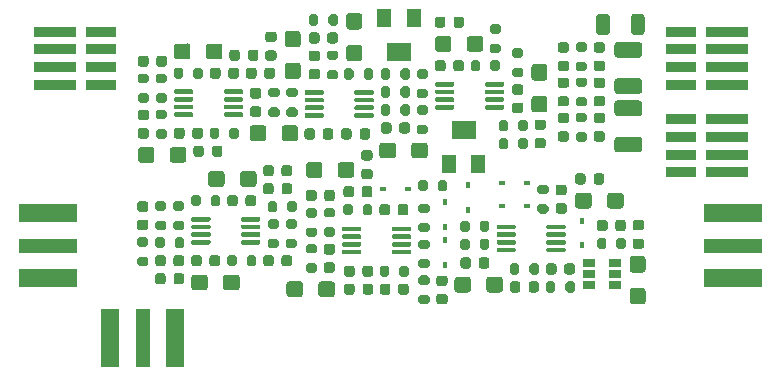
<source format=gtp>
G04 #@! TF.GenerationSoftware,KiCad,Pcbnew,5.1.10-88a1d61d58~88~ubuntu18.04.1*
G04 #@! TF.CreationDate,2021-10-01T18:12:45+02:00*
G04 #@! TF.ProjectId,signal_processing,7369676e-616c-45f7-9072-6f6365737369,rev?*
G04 #@! TF.SameCoordinates,Original*
G04 #@! TF.FileFunction,Paste,Top*
G04 #@! TF.FilePolarity,Positive*
%FSLAX46Y46*%
G04 Gerber Fmt 4.6, Leading zero omitted, Abs format (unit mm)*
G04 Created by KiCad (PCBNEW 5.1.10-88a1d61d58~88~ubuntu18.04.1) date 2021-10-01 18:12:45*
%MOMM*%
%LPD*%
G01*
G04 APERTURE LIST*
%ADD10R,1.300000X1.600000*%
%ADD11R,2.000000X1.600000*%
%ADD12R,1.060000X0.650000*%
%ADD13R,2.650000X0.850000*%
%ADD14R,3.550000X0.850000*%
%ADD15R,5.000000X1.200000*%
%ADD16R,5.000000X1.600000*%
%ADD17R,1.200000X5.000000*%
%ADD18R,1.600000X5.000000*%
%ADD19R,0.450000X0.600000*%
%ADD20R,0.600000X0.450000*%
G04 APERTURE END LIST*
G36*
G01*
X147085500Y-97832500D02*
X147085500Y-98382500D01*
G75*
G02*
X146885500Y-98582500I-200000J0D01*
G01*
X146485500Y-98582500D01*
G75*
G02*
X146285500Y-98382500I0J200000D01*
G01*
X146285500Y-97832500D01*
G75*
G02*
X146485500Y-97632500I200000J0D01*
G01*
X146885500Y-97632500D01*
G75*
G02*
X147085500Y-97832500I0J-200000D01*
G01*
G37*
G36*
G01*
X148735500Y-97832500D02*
X148735500Y-98382500D01*
G75*
G02*
X148535500Y-98582500I-200000J0D01*
G01*
X148135500Y-98582500D01*
G75*
G02*
X147935500Y-98382500I0J200000D01*
G01*
X147935500Y-97832500D01*
G75*
G02*
X148135500Y-97632500I200000J0D01*
G01*
X148535500Y-97632500D01*
G75*
G02*
X148735500Y-97832500I0J-200000D01*
G01*
G37*
G36*
G01*
X147223000Y-111329500D02*
X147223000Y-111129500D01*
G75*
G02*
X147323000Y-111029500I100000J0D01*
G01*
X148748000Y-111029500D01*
G75*
G02*
X148848000Y-111129500I0J-100000D01*
G01*
X148848000Y-111329500D01*
G75*
G02*
X148748000Y-111429500I-100000J0D01*
G01*
X147323000Y-111429500D01*
G75*
G02*
X147223000Y-111329500I0J100000D01*
G01*
G37*
G36*
G01*
X147223000Y-111979500D02*
X147223000Y-111779500D01*
G75*
G02*
X147323000Y-111679500I100000J0D01*
G01*
X148748000Y-111679500D01*
G75*
G02*
X148848000Y-111779500I0J-100000D01*
G01*
X148848000Y-111979500D01*
G75*
G02*
X148748000Y-112079500I-100000J0D01*
G01*
X147323000Y-112079500D01*
G75*
G02*
X147223000Y-111979500I0J100000D01*
G01*
G37*
G36*
G01*
X147223000Y-112629500D02*
X147223000Y-112429500D01*
G75*
G02*
X147323000Y-112329500I100000J0D01*
G01*
X148748000Y-112329500D01*
G75*
G02*
X148848000Y-112429500I0J-100000D01*
G01*
X148848000Y-112629500D01*
G75*
G02*
X148748000Y-112729500I-100000J0D01*
G01*
X147323000Y-112729500D01*
G75*
G02*
X147223000Y-112629500I0J100000D01*
G01*
G37*
G36*
G01*
X147223000Y-113279500D02*
X147223000Y-113079500D01*
G75*
G02*
X147323000Y-112979500I100000J0D01*
G01*
X148748000Y-112979500D01*
G75*
G02*
X148848000Y-113079500I0J-100000D01*
G01*
X148848000Y-113279500D01*
G75*
G02*
X148748000Y-113379500I-100000J0D01*
G01*
X147323000Y-113379500D01*
G75*
G02*
X147223000Y-113279500I0J100000D01*
G01*
G37*
G36*
G01*
X142998000Y-113279500D02*
X142998000Y-113079500D01*
G75*
G02*
X143098000Y-112979500I100000J0D01*
G01*
X144523000Y-112979500D01*
G75*
G02*
X144623000Y-113079500I0J-100000D01*
G01*
X144623000Y-113279500D01*
G75*
G02*
X144523000Y-113379500I-100000J0D01*
G01*
X143098000Y-113379500D01*
G75*
G02*
X142998000Y-113279500I0J100000D01*
G01*
G37*
G36*
G01*
X142998000Y-112629500D02*
X142998000Y-112429500D01*
G75*
G02*
X143098000Y-112329500I100000J0D01*
G01*
X144523000Y-112329500D01*
G75*
G02*
X144623000Y-112429500I0J-100000D01*
G01*
X144623000Y-112629500D01*
G75*
G02*
X144523000Y-112729500I-100000J0D01*
G01*
X143098000Y-112729500D01*
G75*
G02*
X142998000Y-112629500I0J100000D01*
G01*
G37*
G36*
G01*
X142998000Y-111979500D02*
X142998000Y-111779500D01*
G75*
G02*
X143098000Y-111679500I100000J0D01*
G01*
X144523000Y-111679500D01*
G75*
G02*
X144623000Y-111779500I0J-100000D01*
G01*
X144623000Y-111979500D01*
G75*
G02*
X144523000Y-112079500I-100000J0D01*
G01*
X143098000Y-112079500D01*
G75*
G02*
X142998000Y-111979500I0J100000D01*
G01*
G37*
G36*
G01*
X142998000Y-111329500D02*
X142998000Y-111129500D01*
G75*
G02*
X143098000Y-111029500I100000J0D01*
G01*
X144523000Y-111029500D01*
G75*
G02*
X144623000Y-111129500I0J-100000D01*
G01*
X144623000Y-111329500D01*
G75*
G02*
X144523000Y-111429500I-100000J0D01*
G01*
X143098000Y-111429500D01*
G75*
G02*
X142998000Y-111329500I0J100000D01*
G01*
G37*
G36*
G01*
X144048000Y-99772500D02*
X144048000Y-99572500D01*
G75*
G02*
X144148000Y-99472500I100000J0D01*
G01*
X145573000Y-99472500D01*
G75*
G02*
X145673000Y-99572500I0J-100000D01*
G01*
X145673000Y-99772500D01*
G75*
G02*
X145573000Y-99872500I-100000J0D01*
G01*
X144148000Y-99872500D01*
G75*
G02*
X144048000Y-99772500I0J100000D01*
G01*
G37*
G36*
G01*
X144048000Y-100422500D02*
X144048000Y-100222500D01*
G75*
G02*
X144148000Y-100122500I100000J0D01*
G01*
X145573000Y-100122500D01*
G75*
G02*
X145673000Y-100222500I0J-100000D01*
G01*
X145673000Y-100422500D01*
G75*
G02*
X145573000Y-100522500I-100000J0D01*
G01*
X144148000Y-100522500D01*
G75*
G02*
X144048000Y-100422500I0J100000D01*
G01*
G37*
G36*
G01*
X144048000Y-101072500D02*
X144048000Y-100872500D01*
G75*
G02*
X144148000Y-100772500I100000J0D01*
G01*
X145573000Y-100772500D01*
G75*
G02*
X145673000Y-100872500I0J-100000D01*
G01*
X145673000Y-101072500D01*
G75*
G02*
X145573000Y-101172500I-100000J0D01*
G01*
X144148000Y-101172500D01*
G75*
G02*
X144048000Y-101072500I0J100000D01*
G01*
G37*
G36*
G01*
X144048000Y-101722500D02*
X144048000Y-101522500D01*
G75*
G02*
X144148000Y-101422500I100000J0D01*
G01*
X145573000Y-101422500D01*
G75*
G02*
X145673000Y-101522500I0J-100000D01*
G01*
X145673000Y-101722500D01*
G75*
G02*
X145573000Y-101822500I-100000J0D01*
G01*
X144148000Y-101822500D01*
G75*
G02*
X144048000Y-101722500I0J100000D01*
G01*
G37*
G36*
G01*
X139823000Y-101722500D02*
X139823000Y-101522500D01*
G75*
G02*
X139923000Y-101422500I100000J0D01*
G01*
X141348000Y-101422500D01*
G75*
G02*
X141448000Y-101522500I0J-100000D01*
G01*
X141448000Y-101722500D01*
G75*
G02*
X141348000Y-101822500I-100000J0D01*
G01*
X139923000Y-101822500D01*
G75*
G02*
X139823000Y-101722500I0J100000D01*
G01*
G37*
G36*
G01*
X139823000Y-101072500D02*
X139823000Y-100872500D01*
G75*
G02*
X139923000Y-100772500I100000J0D01*
G01*
X141348000Y-100772500D01*
G75*
G02*
X141448000Y-100872500I0J-100000D01*
G01*
X141448000Y-101072500D01*
G75*
G02*
X141348000Y-101172500I-100000J0D01*
G01*
X139923000Y-101172500D01*
G75*
G02*
X139823000Y-101072500I0J100000D01*
G01*
G37*
G36*
G01*
X139823000Y-100422500D02*
X139823000Y-100222500D01*
G75*
G02*
X139923000Y-100122500I100000J0D01*
G01*
X141348000Y-100122500D01*
G75*
G02*
X141448000Y-100222500I0J-100000D01*
G01*
X141448000Y-100422500D01*
G75*
G02*
X141348000Y-100522500I-100000J0D01*
G01*
X139923000Y-100522500D01*
G75*
G02*
X139823000Y-100422500I0J100000D01*
G01*
G37*
G36*
G01*
X139823000Y-99772500D02*
X139823000Y-99572500D01*
G75*
G02*
X139923000Y-99472500I100000J0D01*
G01*
X141348000Y-99472500D01*
G75*
G02*
X141448000Y-99572500I0J-100000D01*
G01*
X141448000Y-99772500D01*
G75*
G02*
X141348000Y-99872500I-100000J0D01*
G01*
X139923000Y-99872500D01*
G75*
G02*
X139823000Y-99772500I0J100000D01*
G01*
G37*
G36*
G01*
X155097000Y-99074000D02*
X155097000Y-98874000D01*
G75*
G02*
X155197000Y-98774000I100000J0D01*
G01*
X156622000Y-98774000D01*
G75*
G02*
X156722000Y-98874000I0J-100000D01*
G01*
X156722000Y-99074000D01*
G75*
G02*
X156622000Y-99174000I-100000J0D01*
G01*
X155197000Y-99174000D01*
G75*
G02*
X155097000Y-99074000I0J100000D01*
G01*
G37*
G36*
G01*
X155097000Y-99724000D02*
X155097000Y-99524000D01*
G75*
G02*
X155197000Y-99424000I100000J0D01*
G01*
X156622000Y-99424000D01*
G75*
G02*
X156722000Y-99524000I0J-100000D01*
G01*
X156722000Y-99724000D01*
G75*
G02*
X156622000Y-99824000I-100000J0D01*
G01*
X155197000Y-99824000D01*
G75*
G02*
X155097000Y-99724000I0J100000D01*
G01*
G37*
G36*
G01*
X155097000Y-100374000D02*
X155097000Y-100174000D01*
G75*
G02*
X155197000Y-100074000I100000J0D01*
G01*
X156622000Y-100074000D01*
G75*
G02*
X156722000Y-100174000I0J-100000D01*
G01*
X156722000Y-100374000D01*
G75*
G02*
X156622000Y-100474000I-100000J0D01*
G01*
X155197000Y-100474000D01*
G75*
G02*
X155097000Y-100374000I0J100000D01*
G01*
G37*
G36*
G01*
X155097000Y-101024000D02*
X155097000Y-100824000D01*
G75*
G02*
X155197000Y-100724000I100000J0D01*
G01*
X156622000Y-100724000D01*
G75*
G02*
X156722000Y-100824000I0J-100000D01*
G01*
X156722000Y-101024000D01*
G75*
G02*
X156622000Y-101124000I-100000J0D01*
G01*
X155197000Y-101124000D01*
G75*
G02*
X155097000Y-101024000I0J100000D01*
G01*
G37*
G36*
G01*
X150872000Y-101024000D02*
X150872000Y-100824000D01*
G75*
G02*
X150972000Y-100724000I100000J0D01*
G01*
X152397000Y-100724000D01*
G75*
G02*
X152497000Y-100824000I0J-100000D01*
G01*
X152497000Y-101024000D01*
G75*
G02*
X152397000Y-101124000I-100000J0D01*
G01*
X150972000Y-101124000D01*
G75*
G02*
X150872000Y-101024000I0J100000D01*
G01*
G37*
G36*
G01*
X150872000Y-100374000D02*
X150872000Y-100174000D01*
G75*
G02*
X150972000Y-100074000I100000J0D01*
G01*
X152397000Y-100074000D01*
G75*
G02*
X152497000Y-100174000I0J-100000D01*
G01*
X152497000Y-100374000D01*
G75*
G02*
X152397000Y-100474000I-100000J0D01*
G01*
X150972000Y-100474000D01*
G75*
G02*
X150872000Y-100374000I0J100000D01*
G01*
G37*
G36*
G01*
X150872000Y-99724000D02*
X150872000Y-99524000D01*
G75*
G02*
X150972000Y-99424000I100000J0D01*
G01*
X152397000Y-99424000D01*
G75*
G02*
X152497000Y-99524000I0J-100000D01*
G01*
X152497000Y-99724000D01*
G75*
G02*
X152397000Y-99824000I-100000J0D01*
G01*
X150972000Y-99824000D01*
G75*
G02*
X150872000Y-99724000I0J100000D01*
G01*
G37*
G36*
G01*
X150872000Y-99074000D02*
X150872000Y-98874000D01*
G75*
G02*
X150972000Y-98774000I100000J0D01*
G01*
X152397000Y-98774000D01*
G75*
G02*
X152497000Y-98874000I0J-100000D01*
G01*
X152497000Y-99074000D01*
G75*
G02*
X152397000Y-99174000I-100000J0D01*
G01*
X150972000Y-99174000D01*
G75*
G02*
X150872000Y-99074000I0J100000D01*
G01*
G37*
G36*
G01*
X160299700Y-111159200D02*
X160299700Y-110959200D01*
G75*
G02*
X160399700Y-110859200I100000J0D01*
G01*
X161824700Y-110859200D01*
G75*
G02*
X161924700Y-110959200I0J-100000D01*
G01*
X161924700Y-111159200D01*
G75*
G02*
X161824700Y-111259200I-100000J0D01*
G01*
X160399700Y-111259200D01*
G75*
G02*
X160299700Y-111159200I0J100000D01*
G01*
G37*
G36*
G01*
X160299700Y-111809200D02*
X160299700Y-111609200D01*
G75*
G02*
X160399700Y-111509200I100000J0D01*
G01*
X161824700Y-111509200D01*
G75*
G02*
X161924700Y-111609200I0J-100000D01*
G01*
X161924700Y-111809200D01*
G75*
G02*
X161824700Y-111909200I-100000J0D01*
G01*
X160399700Y-111909200D01*
G75*
G02*
X160299700Y-111809200I0J100000D01*
G01*
G37*
G36*
G01*
X160299700Y-112459200D02*
X160299700Y-112259200D01*
G75*
G02*
X160399700Y-112159200I100000J0D01*
G01*
X161824700Y-112159200D01*
G75*
G02*
X161924700Y-112259200I0J-100000D01*
G01*
X161924700Y-112459200D01*
G75*
G02*
X161824700Y-112559200I-100000J0D01*
G01*
X160399700Y-112559200D01*
G75*
G02*
X160299700Y-112459200I0J100000D01*
G01*
G37*
G36*
G01*
X160299700Y-113109200D02*
X160299700Y-112909200D01*
G75*
G02*
X160399700Y-112809200I100000J0D01*
G01*
X161824700Y-112809200D01*
G75*
G02*
X161924700Y-112909200I0J-100000D01*
G01*
X161924700Y-113109200D01*
G75*
G02*
X161824700Y-113209200I-100000J0D01*
G01*
X160399700Y-113209200D01*
G75*
G02*
X160299700Y-113109200I0J100000D01*
G01*
G37*
G36*
G01*
X156074700Y-113109200D02*
X156074700Y-112909200D01*
G75*
G02*
X156174700Y-112809200I100000J0D01*
G01*
X157599700Y-112809200D01*
G75*
G02*
X157699700Y-112909200I0J-100000D01*
G01*
X157699700Y-113109200D01*
G75*
G02*
X157599700Y-113209200I-100000J0D01*
G01*
X156174700Y-113209200D01*
G75*
G02*
X156074700Y-113109200I0J100000D01*
G01*
G37*
G36*
G01*
X156074700Y-112459200D02*
X156074700Y-112259200D01*
G75*
G02*
X156174700Y-112159200I100000J0D01*
G01*
X157599700Y-112159200D01*
G75*
G02*
X157699700Y-112259200I0J-100000D01*
G01*
X157699700Y-112459200D01*
G75*
G02*
X157599700Y-112559200I-100000J0D01*
G01*
X156174700Y-112559200D01*
G75*
G02*
X156074700Y-112459200I0J100000D01*
G01*
G37*
G36*
G01*
X156074700Y-111809200D02*
X156074700Y-111609200D01*
G75*
G02*
X156174700Y-111509200I100000J0D01*
G01*
X157599700Y-111509200D01*
G75*
G02*
X157699700Y-111609200I0J-100000D01*
G01*
X157699700Y-111809200D01*
G75*
G02*
X157599700Y-111909200I-100000J0D01*
G01*
X156174700Y-111909200D01*
G75*
G02*
X156074700Y-111809200I0J100000D01*
G01*
G37*
G36*
G01*
X156074700Y-111159200D02*
X156074700Y-110959200D01*
G75*
G02*
X156174700Y-110859200I100000J0D01*
G01*
X157599700Y-110859200D01*
G75*
G02*
X157699700Y-110959200I0J-100000D01*
G01*
X157699700Y-111159200D01*
G75*
G02*
X157599700Y-111259200I-100000J0D01*
G01*
X156174700Y-111259200D01*
G75*
G02*
X156074700Y-111159200I0J100000D01*
G01*
G37*
G36*
G01*
X132999000Y-99709000D02*
X132999000Y-99509000D01*
G75*
G02*
X133099000Y-99409000I100000J0D01*
G01*
X134524000Y-99409000D01*
G75*
G02*
X134624000Y-99509000I0J-100000D01*
G01*
X134624000Y-99709000D01*
G75*
G02*
X134524000Y-99809000I-100000J0D01*
G01*
X133099000Y-99809000D01*
G75*
G02*
X132999000Y-99709000I0J100000D01*
G01*
G37*
G36*
G01*
X132999000Y-100359000D02*
X132999000Y-100159000D01*
G75*
G02*
X133099000Y-100059000I100000J0D01*
G01*
X134524000Y-100059000D01*
G75*
G02*
X134624000Y-100159000I0J-100000D01*
G01*
X134624000Y-100359000D01*
G75*
G02*
X134524000Y-100459000I-100000J0D01*
G01*
X133099000Y-100459000D01*
G75*
G02*
X132999000Y-100359000I0J100000D01*
G01*
G37*
G36*
G01*
X132999000Y-101009000D02*
X132999000Y-100809000D01*
G75*
G02*
X133099000Y-100709000I100000J0D01*
G01*
X134524000Y-100709000D01*
G75*
G02*
X134624000Y-100809000I0J-100000D01*
G01*
X134624000Y-101009000D01*
G75*
G02*
X134524000Y-101109000I-100000J0D01*
G01*
X133099000Y-101109000D01*
G75*
G02*
X132999000Y-101009000I0J100000D01*
G01*
G37*
G36*
G01*
X132999000Y-101659000D02*
X132999000Y-101459000D01*
G75*
G02*
X133099000Y-101359000I100000J0D01*
G01*
X134524000Y-101359000D01*
G75*
G02*
X134624000Y-101459000I0J-100000D01*
G01*
X134624000Y-101659000D01*
G75*
G02*
X134524000Y-101759000I-100000J0D01*
G01*
X133099000Y-101759000D01*
G75*
G02*
X132999000Y-101659000I0J100000D01*
G01*
G37*
G36*
G01*
X128774000Y-101659000D02*
X128774000Y-101459000D01*
G75*
G02*
X128874000Y-101359000I100000J0D01*
G01*
X130299000Y-101359000D01*
G75*
G02*
X130399000Y-101459000I0J-100000D01*
G01*
X130399000Y-101659000D01*
G75*
G02*
X130299000Y-101759000I-100000J0D01*
G01*
X128874000Y-101759000D01*
G75*
G02*
X128774000Y-101659000I0J100000D01*
G01*
G37*
G36*
G01*
X128774000Y-101009000D02*
X128774000Y-100809000D01*
G75*
G02*
X128874000Y-100709000I100000J0D01*
G01*
X130299000Y-100709000D01*
G75*
G02*
X130399000Y-100809000I0J-100000D01*
G01*
X130399000Y-101009000D01*
G75*
G02*
X130299000Y-101109000I-100000J0D01*
G01*
X128874000Y-101109000D01*
G75*
G02*
X128774000Y-101009000I0J100000D01*
G01*
G37*
G36*
G01*
X128774000Y-100359000D02*
X128774000Y-100159000D01*
G75*
G02*
X128874000Y-100059000I100000J0D01*
G01*
X130299000Y-100059000D01*
G75*
G02*
X130399000Y-100159000I0J-100000D01*
G01*
X130399000Y-100359000D01*
G75*
G02*
X130299000Y-100459000I-100000J0D01*
G01*
X128874000Y-100459000D01*
G75*
G02*
X128774000Y-100359000I0J100000D01*
G01*
G37*
G36*
G01*
X128774000Y-99709000D02*
X128774000Y-99509000D01*
G75*
G02*
X128874000Y-99409000I100000J0D01*
G01*
X130299000Y-99409000D01*
G75*
G02*
X130399000Y-99509000I0J-100000D01*
G01*
X130399000Y-99709000D01*
G75*
G02*
X130299000Y-99809000I-100000J0D01*
G01*
X128874000Y-99809000D01*
G75*
G02*
X128774000Y-99709000I0J100000D01*
G01*
G37*
G36*
G01*
X134459500Y-110504000D02*
X134459500Y-110304000D01*
G75*
G02*
X134559500Y-110204000I100000J0D01*
G01*
X135984500Y-110204000D01*
G75*
G02*
X136084500Y-110304000I0J-100000D01*
G01*
X136084500Y-110504000D01*
G75*
G02*
X135984500Y-110604000I-100000J0D01*
G01*
X134559500Y-110604000D01*
G75*
G02*
X134459500Y-110504000I0J100000D01*
G01*
G37*
G36*
G01*
X134459500Y-111154000D02*
X134459500Y-110954000D01*
G75*
G02*
X134559500Y-110854000I100000J0D01*
G01*
X135984500Y-110854000D01*
G75*
G02*
X136084500Y-110954000I0J-100000D01*
G01*
X136084500Y-111154000D01*
G75*
G02*
X135984500Y-111254000I-100000J0D01*
G01*
X134559500Y-111254000D01*
G75*
G02*
X134459500Y-111154000I0J100000D01*
G01*
G37*
G36*
G01*
X134459500Y-111804000D02*
X134459500Y-111604000D01*
G75*
G02*
X134559500Y-111504000I100000J0D01*
G01*
X135984500Y-111504000D01*
G75*
G02*
X136084500Y-111604000I0J-100000D01*
G01*
X136084500Y-111804000D01*
G75*
G02*
X135984500Y-111904000I-100000J0D01*
G01*
X134559500Y-111904000D01*
G75*
G02*
X134459500Y-111804000I0J100000D01*
G01*
G37*
G36*
G01*
X134459500Y-112454000D02*
X134459500Y-112254000D01*
G75*
G02*
X134559500Y-112154000I100000J0D01*
G01*
X135984500Y-112154000D01*
G75*
G02*
X136084500Y-112254000I0J-100000D01*
G01*
X136084500Y-112454000D01*
G75*
G02*
X135984500Y-112554000I-100000J0D01*
G01*
X134559500Y-112554000D01*
G75*
G02*
X134459500Y-112454000I0J100000D01*
G01*
G37*
G36*
G01*
X130234500Y-112454000D02*
X130234500Y-112254000D01*
G75*
G02*
X130334500Y-112154000I100000J0D01*
G01*
X131759500Y-112154000D01*
G75*
G02*
X131859500Y-112254000I0J-100000D01*
G01*
X131859500Y-112454000D01*
G75*
G02*
X131759500Y-112554000I-100000J0D01*
G01*
X130334500Y-112554000D01*
G75*
G02*
X130234500Y-112454000I0J100000D01*
G01*
G37*
G36*
G01*
X130234500Y-111804000D02*
X130234500Y-111604000D01*
G75*
G02*
X130334500Y-111504000I100000J0D01*
G01*
X131759500Y-111504000D01*
G75*
G02*
X131859500Y-111604000I0J-100000D01*
G01*
X131859500Y-111804000D01*
G75*
G02*
X131759500Y-111904000I-100000J0D01*
G01*
X130334500Y-111904000D01*
G75*
G02*
X130234500Y-111804000I0J100000D01*
G01*
G37*
G36*
G01*
X130234500Y-111154000D02*
X130234500Y-110954000D01*
G75*
G02*
X130334500Y-110854000I100000J0D01*
G01*
X131759500Y-110854000D01*
G75*
G02*
X131859500Y-110954000I0J-100000D01*
G01*
X131859500Y-111154000D01*
G75*
G02*
X131759500Y-111254000I-100000J0D01*
G01*
X130334500Y-111254000D01*
G75*
G02*
X130234500Y-111154000I0J100000D01*
G01*
G37*
G36*
G01*
X130234500Y-110504000D02*
X130234500Y-110304000D01*
G75*
G02*
X130334500Y-110204000I100000J0D01*
G01*
X131759500Y-110204000D01*
G75*
G02*
X131859500Y-110304000I0J-100000D01*
G01*
X131859500Y-110504000D01*
G75*
G02*
X131759500Y-110604000I-100000J0D01*
G01*
X130334500Y-110604000D01*
G75*
G02*
X130234500Y-110504000I0J100000D01*
G01*
G37*
G36*
G01*
X126611500Y-96778000D02*
X126611500Y-97278000D01*
G75*
G02*
X126386500Y-97503000I-225000J0D01*
G01*
X125936500Y-97503000D01*
G75*
G02*
X125711500Y-97278000I0J225000D01*
G01*
X125711500Y-96778000D01*
G75*
G02*
X125936500Y-96553000I225000J0D01*
G01*
X126386500Y-96553000D01*
G75*
G02*
X126611500Y-96778000I0J-225000D01*
G01*
G37*
G36*
G01*
X128161500Y-96778000D02*
X128161500Y-97278000D01*
G75*
G02*
X127936500Y-97503000I-225000J0D01*
G01*
X127486500Y-97503000D01*
G75*
G02*
X127261500Y-97278000I0J225000D01*
G01*
X127261500Y-96778000D01*
G75*
G02*
X127486500Y-96553000I225000J0D01*
G01*
X127936500Y-96553000D01*
G75*
G02*
X128161500Y-96778000I0J-225000D01*
G01*
G37*
G36*
G01*
X147085500Y-100880500D02*
X147085500Y-101430500D01*
G75*
G02*
X146885500Y-101630500I-200000J0D01*
G01*
X146485500Y-101630500D01*
G75*
G02*
X146285500Y-101430500I0J200000D01*
G01*
X146285500Y-100880500D01*
G75*
G02*
X146485500Y-100680500I200000J0D01*
G01*
X146885500Y-100680500D01*
G75*
G02*
X147085500Y-100880500I0J-200000D01*
G01*
G37*
G36*
G01*
X148735500Y-100880500D02*
X148735500Y-101430500D01*
G75*
G02*
X148535500Y-101630500I-200000J0D01*
G01*
X148135500Y-101630500D01*
G75*
G02*
X147935500Y-101430500I0J200000D01*
G01*
X147935500Y-100880500D01*
G75*
G02*
X148135500Y-100680500I200000J0D01*
G01*
X148535500Y-100680500D01*
G75*
G02*
X148735500Y-100880500I0J-200000D01*
G01*
G37*
G36*
G01*
X147935500Y-99906500D02*
X147935500Y-99356500D01*
G75*
G02*
X148135500Y-99156500I200000J0D01*
G01*
X148535500Y-99156500D01*
G75*
G02*
X148735500Y-99356500I0J-200000D01*
G01*
X148735500Y-99906500D01*
G75*
G02*
X148535500Y-100106500I-200000J0D01*
G01*
X148135500Y-100106500D01*
G75*
G02*
X147935500Y-99906500I0J200000D01*
G01*
G37*
G36*
G01*
X146285500Y-99906500D02*
X146285500Y-99356500D01*
G75*
G02*
X146485500Y-99156500I200000J0D01*
G01*
X146885500Y-99156500D01*
G75*
G02*
X147085500Y-99356500I0J-200000D01*
G01*
X147085500Y-99906500D01*
G75*
G02*
X146885500Y-100106500I-200000J0D01*
G01*
X146485500Y-100106500D01*
G75*
G02*
X146285500Y-99906500I0J200000D01*
G01*
G37*
G36*
G01*
X156231000Y-94698000D02*
X155681000Y-94698000D01*
G75*
G02*
X155481000Y-94498000I0J200000D01*
G01*
X155481000Y-94098000D01*
G75*
G02*
X155681000Y-93898000I200000J0D01*
G01*
X156231000Y-93898000D01*
G75*
G02*
X156431000Y-94098000I0J-200000D01*
G01*
X156431000Y-94498000D01*
G75*
G02*
X156231000Y-94698000I-200000J0D01*
G01*
G37*
G36*
G01*
X156231000Y-96348000D02*
X155681000Y-96348000D01*
G75*
G02*
X155481000Y-96148000I0J200000D01*
G01*
X155481000Y-95748000D01*
G75*
G02*
X155681000Y-95548000I200000J0D01*
G01*
X156231000Y-95548000D01*
G75*
G02*
X156431000Y-95748000I0J-200000D01*
G01*
X156431000Y-96148000D01*
G75*
G02*
X156231000Y-96348000I-200000J0D01*
G01*
G37*
G36*
G01*
X158136000Y-96730000D02*
X157586000Y-96730000D01*
G75*
G02*
X157386000Y-96530000I0J200000D01*
G01*
X157386000Y-96130000D01*
G75*
G02*
X157586000Y-95930000I200000J0D01*
G01*
X158136000Y-95930000D01*
G75*
G02*
X158336000Y-96130000I0J-200000D01*
G01*
X158336000Y-96530000D01*
G75*
G02*
X158136000Y-96730000I-200000J0D01*
G01*
G37*
G36*
G01*
X158136000Y-98380000D02*
X157586000Y-98380000D01*
G75*
G02*
X157386000Y-98180000I0J200000D01*
G01*
X157386000Y-97780000D01*
G75*
G02*
X157586000Y-97580000I200000J0D01*
G01*
X158136000Y-97580000D01*
G75*
G02*
X158336000Y-97780000I0J-200000D01*
G01*
X158336000Y-98180000D01*
G75*
G02*
X158136000Y-98380000I-200000J0D01*
G01*
G37*
D10*
X154539000Y-105717000D03*
D11*
X153289000Y-102817000D03*
D10*
X152039000Y-105717000D03*
X146578000Y-93355500D03*
D11*
X147828000Y-96255500D03*
D10*
X149078000Y-93355500D03*
G36*
G01*
X147559000Y-104159499D02*
X147559000Y-105009501D01*
G75*
G02*
X147309001Y-105259500I-249999J0D01*
G01*
X146408999Y-105259500D01*
G75*
G02*
X146159000Y-105009501I0J249999D01*
G01*
X146159000Y-104159499D01*
G75*
G02*
X146408999Y-103909500I249999J0D01*
G01*
X147309001Y-103909500D01*
G75*
G02*
X147559000Y-104159499I0J-249999D01*
G01*
G37*
G36*
G01*
X150259000Y-104159499D02*
X150259000Y-105009501D01*
G75*
G02*
X150009001Y-105259500I-249999J0D01*
G01*
X149108999Y-105259500D01*
G75*
G02*
X148859000Y-105009501I0J249999D01*
G01*
X148859000Y-104159499D01*
G75*
G02*
X149108999Y-103909500I249999J0D01*
G01*
X150009001Y-103909500D01*
G75*
G02*
X150259000Y-104159499I0J-249999D01*
G01*
G37*
G36*
G01*
X147185500Y-102429500D02*
X147185500Y-102929500D01*
G75*
G02*
X146960500Y-103154500I-225000J0D01*
G01*
X146510500Y-103154500D01*
G75*
G02*
X146285500Y-102929500I0J225000D01*
G01*
X146285500Y-102429500D01*
G75*
G02*
X146510500Y-102204500I225000J0D01*
G01*
X146960500Y-102204500D01*
G75*
G02*
X147185500Y-102429500I0J-225000D01*
G01*
G37*
G36*
G01*
X148735500Y-102429500D02*
X148735500Y-102929500D01*
G75*
G02*
X148510500Y-103154500I-225000J0D01*
G01*
X148060500Y-103154500D01*
G75*
G02*
X147835500Y-102929500I0J225000D01*
G01*
X147835500Y-102429500D01*
G75*
G02*
X148060500Y-102204500I225000J0D01*
G01*
X148510500Y-102204500D01*
G75*
G02*
X148735500Y-102429500I0J-225000D01*
G01*
G37*
D12*
X166073000Y-115062000D03*
X166073000Y-114112000D03*
X166073000Y-116012000D03*
X163873000Y-116012000D03*
X163873000Y-115062000D03*
X163873000Y-114112000D03*
G36*
G01*
X128884000Y-110534000D02*
X129434000Y-110534000D01*
G75*
G02*
X129634000Y-110734000I0J-200000D01*
G01*
X129634000Y-111134000D01*
G75*
G02*
X129434000Y-111334000I-200000J0D01*
G01*
X128884000Y-111334000D01*
G75*
G02*
X128684000Y-111134000I0J200000D01*
G01*
X128684000Y-110734000D01*
G75*
G02*
X128884000Y-110534000I200000J0D01*
G01*
G37*
G36*
G01*
X128884000Y-108884000D02*
X129434000Y-108884000D01*
G75*
G02*
X129634000Y-109084000I0J-200000D01*
G01*
X129634000Y-109484000D01*
G75*
G02*
X129434000Y-109684000I-200000J0D01*
G01*
X128884000Y-109684000D01*
G75*
G02*
X128684000Y-109484000I0J200000D01*
G01*
X128684000Y-109084000D01*
G75*
G02*
X128884000Y-108884000I200000J0D01*
G01*
G37*
G36*
G01*
X135419600Y-100845500D02*
X135919600Y-100845500D01*
G75*
G02*
X136144600Y-101070500I0J-225000D01*
G01*
X136144600Y-101520500D01*
G75*
G02*
X135919600Y-101745500I-225000J0D01*
G01*
X135419600Y-101745500D01*
G75*
G02*
X135194600Y-101520500I0J225000D01*
G01*
X135194600Y-101070500D01*
G75*
G02*
X135419600Y-100845500I225000J0D01*
G01*
G37*
G36*
G01*
X135419600Y-99295500D02*
X135919600Y-99295500D01*
G75*
G02*
X136144600Y-99520500I0J-225000D01*
G01*
X136144600Y-99970500D01*
G75*
G02*
X135919600Y-100195500I-225000J0D01*
G01*
X135419600Y-100195500D01*
G75*
G02*
X135194600Y-99970500I0J225000D01*
G01*
X135194600Y-99520500D01*
G75*
G02*
X135419600Y-99295500I225000J0D01*
G01*
G37*
G36*
G01*
X141839500Y-93810500D02*
X141839500Y-93260500D01*
G75*
G02*
X142039500Y-93060500I200000J0D01*
G01*
X142439500Y-93060500D01*
G75*
G02*
X142639500Y-93260500I0J-200000D01*
G01*
X142639500Y-93810500D01*
G75*
G02*
X142439500Y-94010500I-200000J0D01*
G01*
X142039500Y-94010500D01*
G75*
G02*
X141839500Y-93810500I0J200000D01*
G01*
G37*
G36*
G01*
X140189500Y-93810500D02*
X140189500Y-93260500D01*
G75*
G02*
X140389500Y-93060500I200000J0D01*
G01*
X140789500Y-93060500D01*
G75*
G02*
X140989500Y-93260500I0J-200000D01*
G01*
X140989500Y-93810500D01*
G75*
G02*
X140789500Y-94010500I-200000J0D01*
G01*
X140389500Y-94010500D01*
G75*
G02*
X140189500Y-93810500I0J200000D01*
G01*
G37*
G36*
G01*
X141647500Y-111105500D02*
X142197500Y-111105500D01*
G75*
G02*
X142397500Y-111305500I0J-200000D01*
G01*
X142397500Y-111705500D01*
G75*
G02*
X142197500Y-111905500I-200000J0D01*
G01*
X141647500Y-111905500D01*
G75*
G02*
X141447500Y-111705500I0J200000D01*
G01*
X141447500Y-111305500D01*
G75*
G02*
X141647500Y-111105500I200000J0D01*
G01*
G37*
G36*
G01*
X141647500Y-109455500D02*
X142197500Y-109455500D01*
G75*
G02*
X142397500Y-109655500I0J-200000D01*
G01*
X142397500Y-110055500D01*
G75*
G02*
X142197500Y-110255500I-200000J0D01*
G01*
X141647500Y-110255500D01*
G75*
G02*
X141447500Y-110055500I0J200000D01*
G01*
X141447500Y-109655500D01*
G75*
G02*
X141647500Y-109455500I200000J0D01*
G01*
G37*
G36*
G01*
X154705500Y-97134000D02*
X154705500Y-97684000D01*
G75*
G02*
X154505500Y-97884000I-200000J0D01*
G01*
X154105500Y-97884000D01*
G75*
G02*
X153905500Y-97684000I0J200000D01*
G01*
X153905500Y-97134000D01*
G75*
G02*
X154105500Y-96934000I200000J0D01*
G01*
X154505500Y-96934000D01*
G75*
G02*
X154705500Y-97134000I0J-200000D01*
G01*
G37*
G36*
G01*
X156355500Y-97134000D02*
X156355500Y-97684000D01*
G75*
G02*
X156155500Y-97884000I-200000J0D01*
G01*
X155755500Y-97884000D01*
G75*
G02*
X155555500Y-97684000I0J200000D01*
G01*
X155555500Y-97134000D01*
G75*
G02*
X155755500Y-96934000I200000J0D01*
G01*
X156155500Y-96934000D01*
G75*
G02*
X156355500Y-97134000I0J-200000D01*
G01*
G37*
G36*
G01*
X143974000Y-97832500D02*
X143974000Y-98382500D01*
G75*
G02*
X143774000Y-98582500I-200000J0D01*
G01*
X143374000Y-98582500D01*
G75*
G02*
X143174000Y-98382500I0J200000D01*
G01*
X143174000Y-97832500D01*
G75*
G02*
X143374000Y-97632500I200000J0D01*
G01*
X143774000Y-97632500D01*
G75*
G02*
X143974000Y-97832500I0J-200000D01*
G01*
G37*
G36*
G01*
X145624000Y-97832500D02*
X145624000Y-98382500D01*
G75*
G02*
X145424000Y-98582500I-200000J0D01*
G01*
X145024000Y-98582500D01*
G75*
G02*
X144824000Y-98382500I0J200000D01*
G01*
X144824000Y-97832500D01*
G75*
G02*
X145024000Y-97632500I200000J0D01*
G01*
X145424000Y-97632500D01*
G75*
G02*
X145624000Y-97832500I0J-200000D01*
G01*
G37*
G36*
G01*
X140673500Y-110259600D02*
X140123500Y-110259600D01*
G75*
G02*
X139923500Y-110059600I0J200000D01*
G01*
X139923500Y-109659600D01*
G75*
G02*
X140123500Y-109459600I200000J0D01*
G01*
X140673500Y-109459600D01*
G75*
G02*
X140873500Y-109659600I0J-200000D01*
G01*
X140873500Y-110059600D01*
G75*
G02*
X140673500Y-110259600I-200000J0D01*
G01*
G37*
G36*
G01*
X140673500Y-111909600D02*
X140123500Y-111909600D01*
G75*
G02*
X139923500Y-111709600I0J200000D01*
G01*
X139923500Y-111309600D01*
G75*
G02*
X140123500Y-111109600I200000J0D01*
G01*
X140673500Y-111109600D01*
G75*
G02*
X140873500Y-111309600I0J-200000D01*
G01*
X140873500Y-111709600D01*
G75*
G02*
X140673500Y-111909600I-200000J0D01*
G01*
G37*
G36*
G01*
X139022500Y-100095500D02*
X138472500Y-100095500D01*
G75*
G02*
X138272500Y-99895500I0J200000D01*
G01*
X138272500Y-99495500D01*
G75*
G02*
X138472500Y-99295500I200000J0D01*
G01*
X139022500Y-99295500D01*
G75*
G02*
X139222500Y-99495500I0J-200000D01*
G01*
X139222500Y-99895500D01*
G75*
G02*
X139022500Y-100095500I-200000J0D01*
G01*
G37*
G36*
G01*
X139022500Y-101745500D02*
X138472500Y-101745500D01*
G75*
G02*
X138272500Y-101545500I0J200000D01*
G01*
X138272500Y-101145500D01*
G75*
G02*
X138472500Y-100945500I200000J0D01*
G01*
X139022500Y-100945500D01*
G75*
G02*
X139222500Y-101145500I0J-200000D01*
G01*
X139222500Y-101545500D01*
G75*
G02*
X139022500Y-101745500I-200000J0D01*
G01*
G37*
G36*
G01*
X150071500Y-98508000D02*
X149521500Y-98508000D01*
G75*
G02*
X149321500Y-98308000I0J200000D01*
G01*
X149321500Y-97908000D01*
G75*
G02*
X149521500Y-97708000I200000J0D01*
G01*
X150071500Y-97708000D01*
G75*
G02*
X150271500Y-97908000I0J-200000D01*
G01*
X150271500Y-98308000D01*
G75*
G02*
X150071500Y-98508000I-200000J0D01*
G01*
G37*
G36*
G01*
X150071500Y-100158000D02*
X149521500Y-100158000D01*
G75*
G02*
X149321500Y-99958000I0J200000D01*
G01*
X149321500Y-99558000D01*
G75*
G02*
X149521500Y-99358000I200000J0D01*
G01*
X150071500Y-99358000D01*
G75*
G02*
X150271500Y-99558000I0J-200000D01*
G01*
X150271500Y-99958000D01*
G75*
G02*
X150071500Y-100158000I-200000J0D01*
G01*
G37*
G36*
G01*
X149521500Y-102406000D02*
X150071500Y-102406000D01*
G75*
G02*
X150271500Y-102606000I0J-200000D01*
G01*
X150271500Y-103006000D01*
G75*
G02*
X150071500Y-103206000I-200000J0D01*
G01*
X149521500Y-103206000D01*
G75*
G02*
X149321500Y-103006000I0J200000D01*
G01*
X149321500Y-102606000D01*
G75*
G02*
X149521500Y-102406000I200000J0D01*
G01*
G37*
G36*
G01*
X149521500Y-100756000D02*
X150071500Y-100756000D01*
G75*
G02*
X150271500Y-100956000I0J-200000D01*
G01*
X150271500Y-101356000D01*
G75*
G02*
X150071500Y-101556000I-200000J0D01*
G01*
X149521500Y-101556000D01*
G75*
G02*
X149321500Y-101356000I0J200000D01*
G01*
X149321500Y-100956000D01*
G75*
G02*
X149521500Y-100756000I200000J0D01*
G01*
G37*
G36*
G01*
X142451500Y-96920500D02*
X141901500Y-96920500D01*
G75*
G02*
X141701500Y-96720500I0J200000D01*
G01*
X141701500Y-96320500D01*
G75*
G02*
X141901500Y-96120500I200000J0D01*
G01*
X142451500Y-96120500D01*
G75*
G02*
X142651500Y-96320500I0J-200000D01*
G01*
X142651500Y-96720500D01*
G75*
G02*
X142451500Y-96920500I-200000J0D01*
G01*
G37*
G36*
G01*
X142451500Y-98570500D02*
X141901500Y-98570500D01*
G75*
G02*
X141701500Y-98370500I0J200000D01*
G01*
X141701500Y-97970500D01*
G75*
G02*
X141901500Y-97770500I200000J0D01*
G01*
X142451500Y-97770500D01*
G75*
G02*
X142651500Y-97970500I0J-200000D01*
G01*
X142651500Y-98370500D01*
G75*
G02*
X142451500Y-98570500I-200000J0D01*
G01*
G37*
G36*
G01*
X140123500Y-114153500D02*
X140673500Y-114153500D01*
G75*
G02*
X140873500Y-114353500I0J-200000D01*
G01*
X140873500Y-114753500D01*
G75*
G02*
X140673500Y-114953500I-200000J0D01*
G01*
X140123500Y-114953500D01*
G75*
G02*
X139923500Y-114753500I0J200000D01*
G01*
X139923500Y-114353500D01*
G75*
G02*
X140123500Y-114153500I200000J0D01*
G01*
G37*
G36*
G01*
X140123500Y-112503500D02*
X140673500Y-112503500D01*
G75*
G02*
X140873500Y-112703500I0J-200000D01*
G01*
X140873500Y-113103500D01*
G75*
G02*
X140673500Y-113303500I-200000J0D01*
G01*
X140123500Y-113303500D01*
G75*
G02*
X139923500Y-113103500I0J200000D01*
G01*
X139923500Y-112703500D01*
G75*
G02*
X140123500Y-112503500I200000J0D01*
G01*
G37*
G36*
G01*
X157055000Y-103738000D02*
X157055000Y-104288000D01*
G75*
G02*
X156855000Y-104488000I-200000J0D01*
G01*
X156455000Y-104488000D01*
G75*
G02*
X156255000Y-104288000I0J200000D01*
G01*
X156255000Y-103738000D01*
G75*
G02*
X156455000Y-103538000I200000J0D01*
G01*
X156855000Y-103538000D01*
G75*
G02*
X157055000Y-103738000I0J-200000D01*
G01*
G37*
G36*
G01*
X158705000Y-103738000D02*
X158705000Y-104288000D01*
G75*
G02*
X158505000Y-104488000I-200000J0D01*
G01*
X158105000Y-104488000D01*
G75*
G02*
X157905000Y-104288000I0J200000D01*
G01*
X157905000Y-103738000D01*
G75*
G02*
X158105000Y-103538000I200000J0D01*
G01*
X158505000Y-103538000D01*
G75*
G02*
X158705000Y-103738000I0J-200000D01*
G01*
G37*
G36*
G01*
X157905000Y-102764000D02*
X157905000Y-102214000D01*
G75*
G02*
X158105000Y-102014000I200000J0D01*
G01*
X158505000Y-102014000D01*
G75*
G02*
X158705000Y-102214000I0J-200000D01*
G01*
X158705000Y-102764000D01*
G75*
G02*
X158505000Y-102964000I-200000J0D01*
G01*
X158105000Y-102964000D01*
G75*
G02*
X157905000Y-102764000I0J200000D01*
G01*
G37*
G36*
G01*
X156255000Y-102764000D02*
X156255000Y-102214000D01*
G75*
G02*
X156455000Y-102014000I200000J0D01*
G01*
X156855000Y-102014000D01*
G75*
G02*
X157055000Y-102214000I0J-200000D01*
G01*
X157055000Y-102764000D01*
G75*
G02*
X156855000Y-102964000I-200000J0D01*
G01*
X156455000Y-102964000D01*
G75*
G02*
X156255000Y-102764000I0J200000D01*
G01*
G37*
G36*
G01*
X137497000Y-109072000D02*
X137497000Y-109622000D01*
G75*
G02*
X137297000Y-109822000I-200000J0D01*
G01*
X136897000Y-109822000D01*
G75*
G02*
X136697000Y-109622000I0J200000D01*
G01*
X136697000Y-109072000D01*
G75*
G02*
X136897000Y-108872000I200000J0D01*
G01*
X137297000Y-108872000D01*
G75*
G02*
X137497000Y-109072000I0J-200000D01*
G01*
G37*
G36*
G01*
X139147000Y-109072000D02*
X139147000Y-109622000D01*
G75*
G02*
X138947000Y-109822000I-200000J0D01*
G01*
X138547000Y-109822000D01*
G75*
G02*
X138347000Y-109622000I0J200000D01*
G01*
X138347000Y-109072000D01*
G75*
G02*
X138547000Y-108872000I200000J0D01*
G01*
X138947000Y-108872000D01*
G75*
G02*
X139147000Y-109072000I0J-200000D01*
G01*
G37*
G36*
G01*
X136885000Y-112058000D02*
X137435000Y-112058000D01*
G75*
G02*
X137635000Y-112258000I0J-200000D01*
G01*
X137635000Y-112658000D01*
G75*
G02*
X137435000Y-112858000I-200000J0D01*
G01*
X136885000Y-112858000D01*
G75*
G02*
X136685000Y-112658000I0J200000D01*
G01*
X136685000Y-112258000D01*
G75*
G02*
X136885000Y-112058000I200000J0D01*
G01*
G37*
G36*
G01*
X136885000Y-110408000D02*
X137435000Y-110408000D01*
G75*
G02*
X137635000Y-110608000I0J-200000D01*
G01*
X137635000Y-111008000D01*
G75*
G02*
X137435000Y-111208000I-200000J0D01*
G01*
X136885000Y-111208000D01*
G75*
G02*
X136685000Y-111008000I0J200000D01*
G01*
X136685000Y-110608000D01*
G75*
G02*
X136885000Y-110408000I200000J0D01*
G01*
G37*
G36*
G01*
X136948500Y-100945500D02*
X137498500Y-100945500D01*
G75*
G02*
X137698500Y-101145500I0J-200000D01*
G01*
X137698500Y-101545500D01*
G75*
G02*
X137498500Y-101745500I-200000J0D01*
G01*
X136948500Y-101745500D01*
G75*
G02*
X136748500Y-101545500I0J200000D01*
G01*
X136748500Y-101145500D01*
G75*
G02*
X136948500Y-100945500I200000J0D01*
G01*
G37*
G36*
G01*
X136948500Y-99295500D02*
X137498500Y-99295500D01*
G75*
G02*
X137698500Y-99495500I0J-200000D01*
G01*
X137698500Y-99895500D01*
G75*
G02*
X137498500Y-100095500I-200000J0D01*
G01*
X136948500Y-100095500D01*
G75*
G02*
X136748500Y-99895500I0J200000D01*
G01*
X136748500Y-99495500D01*
G75*
G02*
X136948500Y-99295500I200000J0D01*
G01*
G37*
G36*
G01*
X138959000Y-111208000D02*
X138409000Y-111208000D01*
G75*
G02*
X138209000Y-111008000I0J200000D01*
G01*
X138209000Y-110608000D01*
G75*
G02*
X138409000Y-110408000I200000J0D01*
G01*
X138959000Y-110408000D01*
G75*
G02*
X139159000Y-110608000I0J-200000D01*
G01*
X139159000Y-111008000D01*
G75*
G02*
X138959000Y-111208000I-200000J0D01*
G01*
G37*
G36*
G01*
X138959000Y-112858000D02*
X138409000Y-112858000D01*
G75*
G02*
X138209000Y-112658000I0J200000D01*
G01*
X138209000Y-112258000D01*
G75*
G02*
X138409000Y-112058000I200000J0D01*
G01*
X138959000Y-112058000D01*
G75*
G02*
X139159000Y-112258000I0J-200000D01*
G01*
X139159000Y-112658000D01*
G75*
G02*
X138959000Y-112858000I-200000J0D01*
G01*
G37*
G36*
G01*
X132607500Y-102849000D02*
X132607500Y-103399000D01*
G75*
G02*
X132407500Y-103599000I-200000J0D01*
G01*
X132007500Y-103599000D01*
G75*
G02*
X131807500Y-103399000I0J200000D01*
G01*
X131807500Y-102849000D01*
G75*
G02*
X132007500Y-102649000I200000J0D01*
G01*
X132407500Y-102649000D01*
G75*
G02*
X132607500Y-102849000I0J-200000D01*
G01*
G37*
G36*
G01*
X134257500Y-102849000D02*
X134257500Y-103399000D01*
G75*
G02*
X134057500Y-103599000I-200000J0D01*
G01*
X133657500Y-103599000D01*
G75*
G02*
X133457500Y-103399000I0J200000D01*
G01*
X133457500Y-102849000D01*
G75*
G02*
X133657500Y-102649000I200000J0D01*
G01*
X134057500Y-102649000D01*
G75*
G02*
X134257500Y-102849000I0J-200000D01*
G01*
G37*
G36*
G01*
X134068000Y-113644000D02*
X134068000Y-114194000D01*
G75*
G02*
X133868000Y-114394000I-200000J0D01*
G01*
X133468000Y-114394000D01*
G75*
G02*
X133268000Y-114194000I0J200000D01*
G01*
X133268000Y-113644000D01*
G75*
G02*
X133468000Y-113444000I200000J0D01*
G01*
X133868000Y-113444000D01*
G75*
G02*
X134068000Y-113644000I0J-200000D01*
G01*
G37*
G36*
G01*
X135718000Y-113644000D02*
X135718000Y-114194000D01*
G75*
G02*
X135518000Y-114394000I-200000J0D01*
G01*
X135118000Y-114394000D01*
G75*
G02*
X134918000Y-114194000I0J200000D01*
G01*
X134918000Y-113644000D01*
G75*
G02*
X135118000Y-113444000I200000J0D01*
G01*
X135518000Y-113444000D01*
G75*
G02*
X135718000Y-113644000I0J-200000D01*
G01*
G37*
G36*
G01*
X129559500Y-97769000D02*
X129559500Y-98319000D01*
G75*
G02*
X129359500Y-98519000I-200000J0D01*
G01*
X128959500Y-98519000D01*
G75*
G02*
X128759500Y-98319000I0J200000D01*
G01*
X128759500Y-97769000D01*
G75*
G02*
X128959500Y-97569000I200000J0D01*
G01*
X129359500Y-97569000D01*
G75*
G02*
X129559500Y-97769000I0J-200000D01*
G01*
G37*
G36*
G01*
X131209500Y-97769000D02*
X131209500Y-98319000D01*
G75*
G02*
X131009500Y-98519000I-200000J0D01*
G01*
X130609500Y-98519000D01*
G75*
G02*
X130409500Y-98319000I0J200000D01*
G01*
X130409500Y-97769000D01*
G75*
G02*
X130609500Y-97569000I200000J0D01*
G01*
X131009500Y-97569000D01*
G75*
G02*
X131209500Y-97769000I0J-200000D01*
G01*
G37*
G36*
G01*
X131020000Y-108564000D02*
X131020000Y-109114000D01*
G75*
G02*
X130820000Y-109314000I-200000J0D01*
G01*
X130420000Y-109314000D01*
G75*
G02*
X130220000Y-109114000I0J200000D01*
G01*
X130220000Y-108564000D01*
G75*
G02*
X130420000Y-108364000I200000J0D01*
G01*
X130820000Y-108364000D01*
G75*
G02*
X131020000Y-108564000I0J-200000D01*
G01*
G37*
G36*
G01*
X132670000Y-108564000D02*
X132670000Y-109114000D01*
G75*
G02*
X132470000Y-109314000I-200000J0D01*
G01*
X132070000Y-109314000D01*
G75*
G02*
X131870000Y-109114000I0J200000D01*
G01*
X131870000Y-108564000D01*
G75*
G02*
X132070000Y-108364000I200000J0D01*
G01*
X132470000Y-108364000D01*
G75*
G02*
X132670000Y-108564000I0J-200000D01*
G01*
G37*
G36*
G01*
X127423500Y-99743100D02*
X127973500Y-99743100D01*
G75*
G02*
X128173500Y-99943100I0J-200000D01*
G01*
X128173500Y-100343100D01*
G75*
G02*
X127973500Y-100543100I-200000J0D01*
G01*
X127423500Y-100543100D01*
G75*
G02*
X127223500Y-100343100I0J200000D01*
G01*
X127223500Y-99943100D01*
G75*
G02*
X127423500Y-99743100I200000J0D01*
G01*
G37*
G36*
G01*
X127423500Y-98093100D02*
X127973500Y-98093100D01*
G75*
G02*
X128173500Y-98293100I0J-200000D01*
G01*
X128173500Y-98693100D01*
G75*
G02*
X127973500Y-98893100I-200000J0D01*
G01*
X127423500Y-98893100D01*
G75*
G02*
X127223500Y-98693100I0J200000D01*
G01*
X127223500Y-98293100D01*
G75*
G02*
X127423500Y-98093100I200000J0D01*
G01*
G37*
G36*
G01*
X127423500Y-102791100D02*
X127973500Y-102791100D01*
G75*
G02*
X128173500Y-102991100I0J-200000D01*
G01*
X128173500Y-103391100D01*
G75*
G02*
X127973500Y-103591100I-200000J0D01*
G01*
X127423500Y-103591100D01*
G75*
G02*
X127223500Y-103391100I0J200000D01*
G01*
X127223500Y-102991100D01*
G75*
G02*
X127423500Y-102791100I200000J0D01*
G01*
G37*
G36*
G01*
X127423500Y-101141100D02*
X127973500Y-101141100D01*
G75*
G02*
X128173500Y-101341100I0J-200000D01*
G01*
X128173500Y-101741100D01*
G75*
G02*
X127973500Y-101941100I-200000J0D01*
G01*
X127423500Y-101941100D01*
G75*
G02*
X127223500Y-101741100I0J200000D01*
G01*
X127223500Y-101341100D01*
G75*
G02*
X127423500Y-101141100I200000J0D01*
G01*
G37*
G36*
G01*
X126449500Y-98889000D02*
X125899500Y-98889000D01*
G75*
G02*
X125699500Y-98689000I0J200000D01*
G01*
X125699500Y-98289000D01*
G75*
G02*
X125899500Y-98089000I200000J0D01*
G01*
X126449500Y-98089000D01*
G75*
G02*
X126649500Y-98289000I0J-200000D01*
G01*
X126649500Y-98689000D01*
G75*
G02*
X126449500Y-98889000I-200000J0D01*
G01*
G37*
G36*
G01*
X126449500Y-100539000D02*
X125899500Y-100539000D01*
G75*
G02*
X125699500Y-100339000I0J200000D01*
G01*
X125699500Y-99939000D01*
G75*
G02*
X125899500Y-99739000I200000J0D01*
G01*
X126449500Y-99739000D01*
G75*
G02*
X126649500Y-99939000I0J-200000D01*
G01*
X126649500Y-100339000D01*
G75*
G02*
X126449500Y-100539000I-200000J0D01*
G01*
G37*
G36*
G01*
X127910000Y-109684000D02*
X127360000Y-109684000D01*
G75*
G02*
X127160000Y-109484000I0J200000D01*
G01*
X127160000Y-109084000D01*
G75*
G02*
X127360000Y-108884000I200000J0D01*
G01*
X127910000Y-108884000D01*
G75*
G02*
X128110000Y-109084000I0J-200000D01*
G01*
X128110000Y-109484000D01*
G75*
G02*
X127910000Y-109684000I-200000J0D01*
G01*
G37*
G36*
G01*
X127910000Y-111334000D02*
X127360000Y-111334000D01*
G75*
G02*
X127160000Y-111134000I0J200000D01*
G01*
X127160000Y-110734000D01*
G75*
G02*
X127360000Y-110534000I200000J0D01*
G01*
X127910000Y-110534000D01*
G75*
G02*
X128110000Y-110734000I0J-200000D01*
G01*
X128110000Y-111134000D01*
G75*
G02*
X127910000Y-111334000I-200000J0D01*
G01*
G37*
G36*
G01*
X127972000Y-112120000D02*
X127972000Y-112670000D01*
G75*
G02*
X127772000Y-112870000I-200000J0D01*
G01*
X127372000Y-112870000D01*
G75*
G02*
X127172000Y-112670000I0J200000D01*
G01*
X127172000Y-112120000D01*
G75*
G02*
X127372000Y-111920000I200000J0D01*
G01*
X127772000Y-111920000D01*
G75*
G02*
X127972000Y-112120000I0J-200000D01*
G01*
G37*
G36*
G01*
X129622000Y-112120000D02*
X129622000Y-112670000D01*
G75*
G02*
X129422000Y-112870000I-200000J0D01*
G01*
X129022000Y-112870000D01*
G75*
G02*
X128822000Y-112670000I0J200000D01*
G01*
X128822000Y-112120000D01*
G75*
G02*
X129022000Y-111920000I200000J0D01*
G01*
X129422000Y-111920000D01*
G75*
G02*
X129622000Y-112120000I0J-200000D01*
G01*
G37*
G36*
G01*
X125836000Y-113582000D02*
X126386000Y-113582000D01*
G75*
G02*
X126586000Y-113782000I0J-200000D01*
G01*
X126586000Y-114182000D01*
G75*
G02*
X126386000Y-114382000I-200000J0D01*
G01*
X125836000Y-114382000D01*
G75*
G02*
X125636000Y-114182000I0J200000D01*
G01*
X125636000Y-113782000D01*
G75*
G02*
X125836000Y-113582000I200000J0D01*
G01*
G37*
G36*
G01*
X125836000Y-111932000D02*
X126386000Y-111932000D01*
G75*
G02*
X126586000Y-112132000I0J-200000D01*
G01*
X126586000Y-112532000D01*
G75*
G02*
X126386000Y-112732000I-200000J0D01*
G01*
X125836000Y-112732000D01*
G75*
G02*
X125636000Y-112532000I0J200000D01*
G01*
X125636000Y-112132000D01*
G75*
G02*
X125836000Y-111932000I200000J0D01*
G01*
G37*
G36*
G01*
X154666500Y-111273000D02*
X154666500Y-110723000D01*
G75*
G02*
X154866500Y-110523000I200000J0D01*
G01*
X155266500Y-110523000D01*
G75*
G02*
X155466500Y-110723000I0J-200000D01*
G01*
X155466500Y-111273000D01*
G75*
G02*
X155266500Y-111473000I-200000J0D01*
G01*
X154866500Y-111473000D01*
G75*
G02*
X154666500Y-111273000I0J200000D01*
G01*
G37*
G36*
G01*
X153016500Y-111273000D02*
X153016500Y-110723000D01*
G75*
G02*
X153216500Y-110523000I200000J0D01*
G01*
X153616500Y-110523000D01*
G75*
G02*
X153816500Y-110723000I0J-200000D01*
G01*
X153816500Y-111273000D01*
G75*
G02*
X153616500Y-111473000I-200000J0D01*
G01*
X153216500Y-111473000D01*
G75*
G02*
X153016500Y-111273000I0J200000D01*
G01*
G37*
G36*
G01*
X162983500Y-103041000D02*
X163533500Y-103041000D01*
G75*
G02*
X163733500Y-103241000I0J-200000D01*
G01*
X163733500Y-103641000D01*
G75*
G02*
X163533500Y-103841000I-200000J0D01*
G01*
X162983500Y-103841000D01*
G75*
G02*
X162783500Y-103641000I0J200000D01*
G01*
X162783500Y-103241000D01*
G75*
G02*
X162983500Y-103041000I200000J0D01*
G01*
G37*
G36*
G01*
X162983500Y-101391000D02*
X163533500Y-101391000D01*
G75*
G02*
X163733500Y-101591000I0J-200000D01*
G01*
X163733500Y-101991000D01*
G75*
G02*
X163533500Y-102191000I-200000J0D01*
G01*
X162983500Y-102191000D01*
G75*
G02*
X162783500Y-101991000I0J200000D01*
G01*
X162783500Y-101591000D01*
G75*
G02*
X162983500Y-101391000I200000J0D01*
G01*
G37*
G36*
G01*
X149648500Y-110724500D02*
X150198500Y-110724500D01*
G75*
G02*
X150398500Y-110924500I0J-200000D01*
G01*
X150398500Y-111324500D01*
G75*
G02*
X150198500Y-111524500I-200000J0D01*
G01*
X149648500Y-111524500D01*
G75*
G02*
X149448500Y-111324500I0J200000D01*
G01*
X149448500Y-110924500D01*
G75*
G02*
X149648500Y-110724500I200000J0D01*
G01*
G37*
G36*
G01*
X149648500Y-109074500D02*
X150198500Y-109074500D01*
G75*
G02*
X150398500Y-109274500I0J-200000D01*
G01*
X150398500Y-109674500D01*
G75*
G02*
X150198500Y-109874500I-200000J0D01*
G01*
X149648500Y-109874500D01*
G75*
G02*
X149448500Y-109674500I0J200000D01*
G01*
X149448500Y-109274500D01*
G75*
G02*
X149648500Y-109074500I200000J0D01*
G01*
G37*
G36*
G01*
X150260500Y-107294000D02*
X150260500Y-107844000D01*
G75*
G02*
X150060500Y-108044000I-200000J0D01*
G01*
X149660500Y-108044000D01*
G75*
G02*
X149460500Y-107844000I0J200000D01*
G01*
X149460500Y-107294000D01*
G75*
G02*
X149660500Y-107094000I200000J0D01*
G01*
X150060500Y-107094000D01*
G75*
G02*
X150260500Y-107294000I0J-200000D01*
G01*
G37*
G36*
G01*
X151910500Y-107294000D02*
X151910500Y-107844000D01*
G75*
G02*
X151710500Y-108044000I-200000J0D01*
G01*
X151310500Y-108044000D01*
G75*
G02*
X151110500Y-107844000I0J200000D01*
G01*
X151110500Y-107294000D01*
G75*
G02*
X151310500Y-107094000I200000J0D01*
G01*
X151710500Y-107094000D01*
G75*
G02*
X151910500Y-107294000I0J-200000D01*
G01*
G37*
G36*
G01*
X150198500Y-115970000D02*
X149648500Y-115970000D01*
G75*
G02*
X149448500Y-115770000I0J200000D01*
G01*
X149448500Y-115370000D01*
G75*
G02*
X149648500Y-115170000I200000J0D01*
G01*
X150198500Y-115170000D01*
G75*
G02*
X150398500Y-115370000I0J-200000D01*
G01*
X150398500Y-115770000D01*
G75*
G02*
X150198500Y-115970000I-200000J0D01*
G01*
G37*
G36*
G01*
X150198500Y-117620000D02*
X149648500Y-117620000D01*
G75*
G02*
X149448500Y-117420000I0J200000D01*
G01*
X149448500Y-117020000D01*
G75*
G02*
X149648500Y-116820000I200000J0D01*
G01*
X150198500Y-116820000D01*
G75*
G02*
X150398500Y-117020000I0J-200000D01*
G01*
X150398500Y-117420000D01*
G75*
G02*
X150198500Y-117620000I-200000J0D01*
G01*
G37*
G36*
G01*
X162983500Y-100056500D02*
X163533500Y-100056500D01*
G75*
G02*
X163733500Y-100256500I0J-200000D01*
G01*
X163733500Y-100656500D01*
G75*
G02*
X163533500Y-100856500I-200000J0D01*
G01*
X162983500Y-100856500D01*
G75*
G02*
X162783500Y-100656500I0J200000D01*
G01*
X162783500Y-100256500D01*
G75*
G02*
X162983500Y-100056500I200000J0D01*
G01*
G37*
G36*
G01*
X162983500Y-98406500D02*
X163533500Y-98406500D01*
G75*
G02*
X163733500Y-98606500I0J-200000D01*
G01*
X163733500Y-99006500D01*
G75*
G02*
X163533500Y-99206500I-200000J0D01*
G01*
X162983500Y-99206500D01*
G75*
G02*
X162783500Y-99006500I0J200000D01*
G01*
X162783500Y-98606500D01*
G75*
G02*
X162983500Y-98406500I200000J0D01*
G01*
G37*
G36*
G01*
X166223500Y-112733500D02*
X166223500Y-112183500D01*
G75*
G02*
X166423500Y-111983500I200000J0D01*
G01*
X166823500Y-111983500D01*
G75*
G02*
X167023500Y-112183500I0J-200000D01*
G01*
X167023500Y-112733500D01*
G75*
G02*
X166823500Y-112933500I-200000J0D01*
G01*
X166423500Y-112933500D01*
G75*
G02*
X166223500Y-112733500I0J200000D01*
G01*
G37*
G36*
G01*
X164573500Y-112733500D02*
X164573500Y-112183500D01*
G75*
G02*
X164773500Y-111983500I200000J0D01*
G01*
X165173500Y-111983500D01*
G75*
G02*
X165373500Y-112183500I0J-200000D01*
G01*
X165373500Y-112733500D01*
G75*
G02*
X165173500Y-112933500I-200000J0D01*
G01*
X164773500Y-112933500D01*
G75*
G02*
X164573500Y-112733500I0J200000D01*
G01*
G37*
G36*
G01*
X161905500Y-116416500D02*
X161905500Y-115866500D01*
G75*
G02*
X162105500Y-115666500I200000J0D01*
G01*
X162505500Y-115666500D01*
G75*
G02*
X162705500Y-115866500I0J-200000D01*
G01*
X162705500Y-116416500D01*
G75*
G02*
X162505500Y-116616500I-200000J0D01*
G01*
X162105500Y-116616500D01*
G75*
G02*
X161905500Y-116416500I0J200000D01*
G01*
G37*
G36*
G01*
X160255500Y-116416500D02*
X160255500Y-115866500D01*
G75*
G02*
X160455500Y-115666500I200000J0D01*
G01*
X160855500Y-115666500D01*
G75*
G02*
X161055500Y-115866500I0J-200000D01*
G01*
X161055500Y-116416500D01*
G75*
G02*
X160855500Y-116616500I-200000J0D01*
G01*
X160455500Y-116616500D01*
G75*
G02*
X160255500Y-116416500I0J200000D01*
G01*
G37*
G36*
G01*
X149648500Y-113772500D02*
X150198500Y-113772500D01*
G75*
G02*
X150398500Y-113972500I0J-200000D01*
G01*
X150398500Y-114372500D01*
G75*
G02*
X150198500Y-114572500I-200000J0D01*
G01*
X149648500Y-114572500D01*
G75*
G02*
X149448500Y-114372500I0J200000D01*
G01*
X149448500Y-113972500D01*
G75*
G02*
X149648500Y-113772500I200000J0D01*
G01*
G37*
G36*
G01*
X149648500Y-112122500D02*
X150198500Y-112122500D01*
G75*
G02*
X150398500Y-112322500I0J-200000D01*
G01*
X150398500Y-112722500D01*
G75*
G02*
X150198500Y-112922500I-200000J0D01*
G01*
X149648500Y-112922500D01*
G75*
G02*
X149448500Y-112722500I0J200000D01*
G01*
X149448500Y-112322500D01*
G75*
G02*
X149648500Y-112122500I200000J0D01*
G01*
G37*
G36*
G01*
X154666500Y-112797000D02*
X154666500Y-112247000D01*
G75*
G02*
X154866500Y-112047000I200000J0D01*
G01*
X155266500Y-112047000D01*
G75*
G02*
X155466500Y-112247000I0J-200000D01*
G01*
X155466500Y-112797000D01*
G75*
G02*
X155266500Y-112997000I-200000J0D01*
G01*
X154866500Y-112997000D01*
G75*
G02*
X154666500Y-112797000I0J200000D01*
G01*
G37*
G36*
G01*
X153016500Y-112797000D02*
X153016500Y-112247000D01*
G75*
G02*
X153216500Y-112047000I200000J0D01*
G01*
X153616500Y-112047000D01*
G75*
G02*
X153816500Y-112247000I0J-200000D01*
G01*
X153816500Y-112797000D01*
G75*
G02*
X153616500Y-112997000I-200000J0D01*
G01*
X153216500Y-112997000D01*
G75*
G02*
X153016500Y-112797000I0J200000D01*
G01*
G37*
G36*
G01*
X160282300Y-108287000D02*
X159732300Y-108287000D01*
G75*
G02*
X159532300Y-108087000I0J200000D01*
G01*
X159532300Y-107687000D01*
G75*
G02*
X159732300Y-107487000I200000J0D01*
G01*
X160282300Y-107487000D01*
G75*
G02*
X160482300Y-107687000I0J-200000D01*
G01*
X160482300Y-108087000D01*
G75*
G02*
X160282300Y-108287000I-200000J0D01*
G01*
G37*
G36*
G01*
X160282300Y-109937000D02*
X159732300Y-109937000D01*
G75*
G02*
X159532300Y-109737000I0J200000D01*
G01*
X159532300Y-109337000D01*
G75*
G02*
X159732300Y-109137000I200000J0D01*
G01*
X160282300Y-109137000D01*
G75*
G02*
X160482300Y-109337000I0J-200000D01*
G01*
X160482300Y-109737000D01*
G75*
G02*
X160282300Y-109937000I-200000J0D01*
G01*
G37*
G36*
G01*
X146992100Y-114533000D02*
X146992100Y-115083000D01*
G75*
G02*
X146792100Y-115283000I-200000J0D01*
G01*
X146392100Y-115283000D01*
G75*
G02*
X146192100Y-115083000I0J200000D01*
G01*
X146192100Y-114533000D01*
G75*
G02*
X146392100Y-114333000I200000J0D01*
G01*
X146792100Y-114333000D01*
G75*
G02*
X146992100Y-114533000I0J-200000D01*
G01*
G37*
G36*
G01*
X148642100Y-114533000D02*
X148642100Y-115083000D01*
G75*
G02*
X148442100Y-115283000I-200000J0D01*
G01*
X148042100Y-115283000D01*
G75*
G02*
X147842100Y-115083000I0J200000D01*
G01*
X147842100Y-114533000D01*
G75*
G02*
X148042100Y-114333000I200000J0D01*
G01*
X148442100Y-114333000D01*
G75*
G02*
X148642100Y-114533000I0J-200000D01*
G01*
G37*
G36*
G01*
X158007500Y-114342500D02*
X158007500Y-114892500D01*
G75*
G02*
X157807500Y-115092500I-200000J0D01*
G01*
X157407500Y-115092500D01*
G75*
G02*
X157207500Y-114892500I0J200000D01*
G01*
X157207500Y-114342500D01*
G75*
G02*
X157407500Y-114142500I200000J0D01*
G01*
X157807500Y-114142500D01*
G75*
G02*
X158007500Y-114342500I0J-200000D01*
G01*
G37*
G36*
G01*
X159657500Y-114342500D02*
X159657500Y-114892500D01*
G75*
G02*
X159457500Y-115092500I-200000J0D01*
G01*
X159057500Y-115092500D01*
G75*
G02*
X158857500Y-114892500I0J200000D01*
G01*
X158857500Y-114342500D01*
G75*
G02*
X159057500Y-114142500I200000J0D01*
G01*
X159457500Y-114142500D01*
G75*
G02*
X159657500Y-114342500I0J-200000D01*
G01*
G37*
G36*
G01*
X144760500Y-109876000D02*
X144760500Y-109326000D01*
G75*
G02*
X144960500Y-109126000I200000J0D01*
G01*
X145360500Y-109126000D01*
G75*
G02*
X145560500Y-109326000I0J-200000D01*
G01*
X145560500Y-109876000D01*
G75*
G02*
X145360500Y-110076000I-200000J0D01*
G01*
X144960500Y-110076000D01*
G75*
G02*
X144760500Y-109876000I0J200000D01*
G01*
G37*
G36*
G01*
X143110500Y-109876000D02*
X143110500Y-109326000D01*
G75*
G02*
X143310500Y-109126000I200000J0D01*
G01*
X143710500Y-109126000D01*
G75*
G02*
X143910500Y-109326000I0J-200000D01*
G01*
X143910500Y-109876000D01*
G75*
G02*
X143710500Y-110076000I-200000J0D01*
G01*
X143310500Y-110076000D01*
G75*
G02*
X143110500Y-109876000I0J200000D01*
G01*
G37*
G36*
G01*
X162983500Y-97072000D02*
X163533500Y-97072000D01*
G75*
G02*
X163733500Y-97272000I0J-200000D01*
G01*
X163733500Y-97672000D01*
G75*
G02*
X163533500Y-97872000I-200000J0D01*
G01*
X162983500Y-97872000D01*
G75*
G02*
X162783500Y-97672000I0J200000D01*
G01*
X162783500Y-97272000D01*
G75*
G02*
X162983500Y-97072000I200000J0D01*
G01*
G37*
G36*
G01*
X162983500Y-95422000D02*
X163533500Y-95422000D01*
G75*
G02*
X163733500Y-95622000I0J-200000D01*
G01*
X163733500Y-96022000D01*
G75*
G02*
X163533500Y-96222000I-200000J0D01*
G01*
X162983500Y-96222000D01*
G75*
G02*
X162783500Y-96022000I0J200000D01*
G01*
X162783500Y-95622000D01*
G75*
G02*
X162983500Y-95422000I200000J0D01*
G01*
G37*
G36*
G01*
X161478250Y-102966000D02*
X161990750Y-102966000D01*
G75*
G02*
X162209500Y-103184750I0J-218750D01*
G01*
X162209500Y-103622250D01*
G75*
G02*
X161990750Y-103841000I-218750J0D01*
G01*
X161478250Y-103841000D01*
G75*
G02*
X161259500Y-103622250I0J218750D01*
G01*
X161259500Y-103184750D01*
G75*
G02*
X161478250Y-102966000I218750J0D01*
G01*
G37*
G36*
G01*
X161478250Y-101391000D02*
X161990750Y-101391000D01*
G75*
G02*
X162209500Y-101609750I0J-218750D01*
G01*
X162209500Y-102047250D01*
G75*
G02*
X161990750Y-102266000I-218750J0D01*
G01*
X161478250Y-102266000D01*
G75*
G02*
X161259500Y-102047250I0J218750D01*
G01*
X161259500Y-101609750D01*
G75*
G02*
X161478250Y-101391000I218750J0D01*
G01*
G37*
G36*
G01*
X161478250Y-99985600D02*
X161990750Y-99985600D01*
G75*
G02*
X162209500Y-100204350I0J-218750D01*
G01*
X162209500Y-100641850D01*
G75*
G02*
X161990750Y-100860600I-218750J0D01*
G01*
X161478250Y-100860600D01*
G75*
G02*
X161259500Y-100641850I0J218750D01*
G01*
X161259500Y-100204350D01*
G75*
G02*
X161478250Y-99985600I218750J0D01*
G01*
G37*
G36*
G01*
X161478250Y-98410600D02*
X161990750Y-98410600D01*
G75*
G02*
X162209500Y-98629350I0J-218750D01*
G01*
X162209500Y-99066850D01*
G75*
G02*
X161990750Y-99285600I-218750J0D01*
G01*
X161478250Y-99285600D01*
G75*
G02*
X161259500Y-99066850I0J218750D01*
G01*
X161259500Y-98629350D01*
G75*
G02*
X161478250Y-98410600I218750J0D01*
G01*
G37*
G36*
G01*
X161478250Y-96997000D02*
X161990750Y-96997000D01*
G75*
G02*
X162209500Y-97215750I0J-218750D01*
G01*
X162209500Y-97653250D01*
G75*
G02*
X161990750Y-97872000I-218750J0D01*
G01*
X161478250Y-97872000D01*
G75*
G02*
X161259500Y-97653250I0J218750D01*
G01*
X161259500Y-97215750D01*
G75*
G02*
X161478250Y-96997000I218750J0D01*
G01*
G37*
G36*
G01*
X161478250Y-95422000D02*
X161990750Y-95422000D01*
G75*
G02*
X162209500Y-95640750I0J-218750D01*
G01*
X162209500Y-96078250D01*
G75*
G02*
X161990750Y-96297000I-218750J0D01*
G01*
X161478250Y-96297000D01*
G75*
G02*
X161259500Y-96078250I0J218750D01*
G01*
X161259500Y-95640750D01*
G75*
G02*
X161478250Y-95422000I218750J0D01*
G01*
G37*
G36*
G01*
X144495000Y-103443750D02*
X144495000Y-102931250D01*
G75*
G02*
X144713750Y-102712500I218750J0D01*
G01*
X145151250Y-102712500D01*
G75*
G02*
X145370000Y-102931250I0J-218750D01*
G01*
X145370000Y-103443750D01*
G75*
G02*
X145151250Y-103662500I-218750J0D01*
G01*
X144713750Y-103662500D01*
G75*
G02*
X144495000Y-103443750I0J218750D01*
G01*
G37*
G36*
G01*
X142920000Y-103443750D02*
X142920000Y-102931250D01*
G75*
G02*
X143138750Y-102712500I218750J0D01*
G01*
X143576250Y-102712500D01*
G75*
G02*
X143795000Y-102931250I0J-218750D01*
G01*
X143795000Y-103443750D01*
G75*
G02*
X143576250Y-103662500I-218750J0D01*
G01*
X143138750Y-103662500D01*
G75*
G02*
X142920000Y-103443750I0J218750D01*
G01*
G37*
G36*
G01*
X136713250Y-96108000D02*
X137225750Y-96108000D01*
G75*
G02*
X137444500Y-96326750I0J-218750D01*
G01*
X137444500Y-96764250D01*
G75*
G02*
X137225750Y-96983000I-218750J0D01*
G01*
X136713250Y-96983000D01*
G75*
G02*
X136494500Y-96764250I0J218750D01*
G01*
X136494500Y-96326750D01*
G75*
G02*
X136713250Y-96108000I218750J0D01*
G01*
G37*
G36*
G01*
X136713250Y-94533000D02*
X137225750Y-94533000D01*
G75*
G02*
X137444500Y-94751750I0J-218750D01*
G01*
X137444500Y-95189250D01*
G75*
G02*
X137225750Y-95408000I-218750J0D01*
G01*
X136713250Y-95408000D01*
G75*
G02*
X136494500Y-95189250I0J218750D01*
G01*
X136494500Y-94751750D01*
G75*
G02*
X136713250Y-94533000I218750J0D01*
G01*
G37*
G36*
G01*
X159509750Y-103537500D02*
X160022250Y-103537500D01*
G75*
G02*
X160241000Y-103756250I0J-218750D01*
G01*
X160241000Y-104193750D01*
G75*
G02*
X160022250Y-104412500I-218750J0D01*
G01*
X159509750Y-104412500D01*
G75*
G02*
X159291000Y-104193750I0J218750D01*
G01*
X159291000Y-103756250D01*
G75*
G02*
X159509750Y-103537500I218750J0D01*
G01*
G37*
G36*
G01*
X159509750Y-101962500D02*
X160022250Y-101962500D01*
G75*
G02*
X160241000Y-102181250I0J-218750D01*
G01*
X160241000Y-102618750D01*
G75*
G02*
X160022250Y-102837500I-218750J0D01*
G01*
X159509750Y-102837500D01*
G75*
G02*
X159291000Y-102618750I0J218750D01*
G01*
X159291000Y-102181250D01*
G75*
G02*
X159509750Y-101962500I218750J0D01*
G01*
G37*
G36*
G01*
X151732500Y-93469750D02*
X151732500Y-93982250D01*
G75*
G02*
X151513750Y-94201000I-218750J0D01*
G01*
X151076250Y-94201000D01*
G75*
G02*
X150857500Y-93982250I0J218750D01*
G01*
X150857500Y-93469750D01*
G75*
G02*
X151076250Y-93251000I218750J0D01*
G01*
X151513750Y-93251000D01*
G75*
G02*
X151732500Y-93469750I0J-218750D01*
G01*
G37*
G36*
G01*
X153307500Y-93469750D02*
X153307500Y-93982250D01*
G75*
G02*
X153088750Y-94201000I-218750J0D01*
G01*
X152651250Y-94201000D01*
G75*
G02*
X152432500Y-93982250I0J218750D01*
G01*
X152432500Y-93469750D01*
G75*
G02*
X152651250Y-93251000I218750J0D01*
G01*
X153088750Y-93251000D01*
G75*
G02*
X153307500Y-93469750I0J-218750D01*
G01*
G37*
G36*
G01*
X167828250Y-112046500D02*
X168340750Y-112046500D01*
G75*
G02*
X168559500Y-112265250I0J-218750D01*
G01*
X168559500Y-112702750D01*
G75*
G02*
X168340750Y-112921500I-218750J0D01*
G01*
X167828250Y-112921500D01*
G75*
G02*
X167609500Y-112702750I0J218750D01*
G01*
X167609500Y-112265250D01*
G75*
G02*
X167828250Y-112046500I218750J0D01*
G01*
G37*
G36*
G01*
X167828250Y-110471500D02*
X168340750Y-110471500D01*
G75*
G02*
X168559500Y-110690250I0J-218750D01*
G01*
X168559500Y-111127750D01*
G75*
G02*
X168340750Y-111346500I-218750J0D01*
G01*
X167828250Y-111346500D01*
G75*
G02*
X167609500Y-111127750I0J218750D01*
G01*
X167609500Y-110690250D01*
G75*
G02*
X167828250Y-110471500I218750J0D01*
G01*
G37*
G36*
G01*
X158782500Y-116397750D02*
X158782500Y-115885250D01*
G75*
G02*
X159001250Y-115666500I218750J0D01*
G01*
X159438750Y-115666500D01*
G75*
G02*
X159657500Y-115885250I0J-218750D01*
G01*
X159657500Y-116397750D01*
G75*
G02*
X159438750Y-116616500I-218750J0D01*
G01*
X159001250Y-116616500D01*
G75*
G02*
X158782500Y-116397750I0J218750D01*
G01*
G37*
G36*
G01*
X157207500Y-116397750D02*
X157207500Y-115885250D01*
G75*
G02*
X157426250Y-115666500I218750J0D01*
G01*
X157863750Y-115666500D01*
G75*
G02*
X158082500Y-115885250I0J-218750D01*
G01*
X158082500Y-116397750D01*
G75*
G02*
X157863750Y-116616500I-218750J0D01*
G01*
X157426250Y-116616500D01*
G75*
G02*
X157207500Y-116397750I0J218750D01*
G01*
G37*
G36*
G01*
X163607000Y-106741250D02*
X163607000Y-107253750D01*
G75*
G02*
X163388250Y-107472500I-218750J0D01*
G01*
X162950750Y-107472500D01*
G75*
G02*
X162732000Y-107253750I0J218750D01*
G01*
X162732000Y-106741250D01*
G75*
G02*
X162950750Y-106522500I218750J0D01*
G01*
X163388250Y-106522500D01*
G75*
G02*
X163607000Y-106741250I0J-218750D01*
G01*
G37*
G36*
G01*
X165182000Y-106741250D02*
X165182000Y-107253750D01*
G75*
G02*
X164963250Y-107472500I-218750J0D01*
G01*
X164525750Y-107472500D01*
G75*
G02*
X164307000Y-107253750I0J218750D01*
G01*
X164307000Y-106741250D01*
G75*
G02*
X164525750Y-106522500I218750J0D01*
G01*
X164963250Y-106522500D01*
G75*
G02*
X165182000Y-106741250I0J-218750D01*
G01*
G37*
G36*
G01*
X131985500Y-104904250D02*
X131985500Y-104391750D01*
G75*
G02*
X132204250Y-104173000I218750J0D01*
G01*
X132641750Y-104173000D01*
G75*
G02*
X132860500Y-104391750I0J-218750D01*
G01*
X132860500Y-104904250D01*
G75*
G02*
X132641750Y-105123000I-218750J0D01*
G01*
X132204250Y-105123000D01*
G75*
G02*
X131985500Y-104904250I0J218750D01*
G01*
G37*
G36*
G01*
X130410500Y-104904250D02*
X130410500Y-104391750D01*
G75*
G02*
X130629250Y-104173000I218750J0D01*
G01*
X131066750Y-104173000D01*
G75*
G02*
X131285500Y-104391750I0J-218750D01*
G01*
X131285500Y-104904250D01*
G75*
G02*
X131066750Y-105123000I-218750J0D01*
G01*
X130629250Y-105123000D01*
G75*
G02*
X130410500Y-104904250I0J218750D01*
G01*
G37*
G36*
G01*
X134333500Y-96263750D02*
X134333500Y-96776250D01*
G75*
G02*
X134114750Y-96995000I-218750J0D01*
G01*
X133677250Y-96995000D01*
G75*
G02*
X133458500Y-96776250I0J218750D01*
G01*
X133458500Y-96263750D01*
G75*
G02*
X133677250Y-96045000I218750J0D01*
G01*
X134114750Y-96045000D01*
G75*
G02*
X134333500Y-96263750I0J-218750D01*
G01*
G37*
G36*
G01*
X135908500Y-96263750D02*
X135908500Y-96776250D01*
G75*
G02*
X135689750Y-96995000I-218750J0D01*
G01*
X135252250Y-96995000D01*
G75*
G02*
X135033500Y-96776250I0J218750D01*
G01*
X135033500Y-96263750D01*
G75*
G02*
X135252250Y-96045000I218750J0D01*
G01*
X135689750Y-96045000D01*
G75*
G02*
X135908500Y-96263750I0J-218750D01*
G01*
G37*
G36*
G01*
X144749000Y-116588250D02*
X144749000Y-116075750D01*
G75*
G02*
X144967750Y-115857000I218750J0D01*
G01*
X145405250Y-115857000D01*
G75*
G02*
X145624000Y-116075750I0J-218750D01*
G01*
X145624000Y-116588250D01*
G75*
G02*
X145405250Y-116807000I-218750J0D01*
G01*
X144967750Y-116807000D01*
G75*
G02*
X144749000Y-116588250I0J218750D01*
G01*
G37*
G36*
G01*
X143174000Y-116588250D02*
X143174000Y-116075750D01*
G75*
G02*
X143392750Y-115857000I218750J0D01*
G01*
X143830250Y-115857000D01*
G75*
G02*
X144049000Y-116075750I0J-218750D01*
G01*
X144049000Y-116588250D01*
G75*
G02*
X143830250Y-116807000I-218750J0D01*
G01*
X143392750Y-116807000D01*
G75*
G02*
X143174000Y-116588250I0J218750D01*
G01*
G37*
G36*
G01*
X144841250Y-106141000D02*
X145353750Y-106141000D01*
G75*
G02*
X145572500Y-106359750I0J-218750D01*
G01*
X145572500Y-106797250D01*
G75*
G02*
X145353750Y-107016000I-218750J0D01*
G01*
X144841250Y-107016000D01*
G75*
G02*
X144622500Y-106797250I0J218750D01*
G01*
X144622500Y-106359750D01*
G75*
G02*
X144841250Y-106141000I218750J0D01*
G01*
G37*
G36*
G01*
X144841250Y-104566000D02*
X145353750Y-104566000D01*
G75*
G02*
X145572500Y-104784750I0J-218750D01*
G01*
X145572500Y-105222250D01*
G75*
G02*
X145353750Y-105441000I-218750J0D01*
G01*
X144841250Y-105441000D01*
G75*
G02*
X144622500Y-105222250I0J218750D01*
G01*
X144622500Y-104784750D01*
G75*
G02*
X144841250Y-104566000I218750J0D01*
G01*
G37*
G36*
G01*
X128047000Y-115186750D02*
X128047000Y-115699250D01*
G75*
G02*
X127828250Y-115918000I-218750J0D01*
G01*
X127390750Y-115918000D01*
G75*
G02*
X127172000Y-115699250I0J218750D01*
G01*
X127172000Y-115186750D01*
G75*
G02*
X127390750Y-114968000I218750J0D01*
G01*
X127828250Y-114968000D01*
G75*
G02*
X128047000Y-115186750I0J-218750D01*
G01*
G37*
G36*
G01*
X129622000Y-115186750D02*
X129622000Y-115699250D01*
G75*
G02*
X129403250Y-115918000I-218750J0D01*
G01*
X128965750Y-115918000D01*
G75*
G02*
X128747000Y-115699250I0J218750D01*
G01*
X128747000Y-115186750D01*
G75*
G02*
X128965750Y-114968000I218750J0D01*
G01*
X129403250Y-114968000D01*
G75*
G02*
X129622000Y-115186750I0J-218750D01*
G01*
G37*
G36*
G01*
X137191000Y-107566750D02*
X137191000Y-108079250D01*
G75*
G02*
X136972250Y-108298000I-218750J0D01*
G01*
X136534750Y-108298000D01*
G75*
G02*
X136316000Y-108079250I0J218750D01*
G01*
X136316000Y-107566750D01*
G75*
G02*
X136534750Y-107348000I218750J0D01*
G01*
X136972250Y-107348000D01*
G75*
G02*
X137191000Y-107566750I0J-218750D01*
G01*
G37*
G36*
G01*
X138766000Y-107566750D02*
X138766000Y-108079250D01*
G75*
G02*
X138547250Y-108298000I-218750J0D01*
G01*
X138109750Y-108298000D01*
G75*
G02*
X137891000Y-108079250I0J218750D01*
G01*
X137891000Y-107566750D01*
G75*
G02*
X138109750Y-107348000I218750J0D01*
G01*
X138547250Y-107348000D01*
G75*
G02*
X138766000Y-107566750I0J-218750D01*
G01*
G37*
D13*
X171704000Y-106441500D03*
D14*
X175604000Y-106441500D03*
D13*
X171704000Y-104941500D03*
D14*
X175604000Y-104941500D03*
D13*
X171704000Y-103441500D03*
D14*
X175604000Y-103441500D03*
D13*
X171704000Y-101941500D03*
D14*
X175604000Y-101941500D03*
D15*
X176128000Y-112649000D03*
D16*
X176128000Y-109879000D03*
X176128000Y-115419000D03*
D17*
X126111000Y-120502000D03*
D18*
X128881000Y-120502000D03*
X123341000Y-120502000D03*
D15*
X118110000Y-112649000D03*
D16*
X118110000Y-115419000D03*
X118110000Y-109879000D03*
D13*
X122557000Y-94524000D03*
D14*
X118657000Y-94524000D03*
D13*
X122557000Y-96024000D03*
D14*
X118657000Y-96024000D03*
D13*
X122557000Y-97524000D03*
D14*
X118657000Y-97524000D03*
D13*
X122557000Y-99024000D03*
D14*
X118657000Y-99024000D03*
D13*
X171702000Y-99024000D03*
D14*
X175602000Y-99024000D03*
D13*
X171702000Y-97524000D03*
D14*
X175602000Y-97524000D03*
D13*
X171702000Y-96024000D03*
D14*
X175602000Y-96024000D03*
D13*
X171702000Y-94524000D03*
D14*
X175602000Y-94524000D03*
D19*
X153670000Y-107535000D03*
X153670000Y-109635000D03*
X151701500Y-111032000D03*
X151701500Y-108932000D03*
X151701500Y-112170500D03*
X151701500Y-114270500D03*
D20*
X146460500Y-107823000D03*
X148560500Y-107823000D03*
D19*
X163322000Y-110519500D03*
X163322000Y-112619500D03*
D20*
X156557000Y-107315000D03*
X158657000Y-107315000D03*
X158657000Y-109283500D03*
X156557000Y-109283500D03*
G36*
G01*
X140835500Y-108144500D02*
X140835500Y-108644500D01*
G75*
G02*
X140610500Y-108869500I-225000J0D01*
G01*
X140160500Y-108869500D01*
G75*
G02*
X139935500Y-108644500I0J225000D01*
G01*
X139935500Y-108144500D01*
G75*
G02*
X140160500Y-107919500I225000J0D01*
G01*
X140610500Y-107919500D01*
G75*
G02*
X140835500Y-108144500I0J-225000D01*
G01*
G37*
G36*
G01*
X142385500Y-108144500D02*
X142385500Y-108644500D01*
G75*
G02*
X142160500Y-108869500I-225000J0D01*
G01*
X141710500Y-108869500D01*
G75*
G02*
X141485500Y-108644500I0J225000D01*
G01*
X141485500Y-108144500D01*
G75*
G02*
X141710500Y-107919500I225000J0D01*
G01*
X142160500Y-107919500D01*
G75*
G02*
X142385500Y-108144500I0J-225000D01*
G01*
G37*
G36*
G01*
X142172500Y-113403500D02*
X141672500Y-113403500D01*
G75*
G02*
X141447500Y-113178500I0J225000D01*
G01*
X141447500Y-112728500D01*
G75*
G02*
X141672500Y-112503500I225000J0D01*
G01*
X142172500Y-112503500D01*
G75*
G02*
X142397500Y-112728500I0J-225000D01*
G01*
X142397500Y-113178500D01*
G75*
G02*
X142172500Y-113403500I-225000J0D01*
G01*
G37*
G36*
G01*
X142172500Y-114953500D02*
X141672500Y-114953500D01*
G75*
G02*
X141447500Y-114728500I0J225000D01*
G01*
X141447500Y-114278500D01*
G75*
G02*
X141672500Y-114053500I225000J0D01*
G01*
X142172500Y-114053500D01*
G75*
G02*
X142397500Y-114278500I0J-225000D01*
G01*
X142397500Y-114728500D01*
G75*
G02*
X142172500Y-114953500I-225000J0D01*
G01*
G37*
G36*
G01*
X144443001Y-94346000D02*
X143592999Y-94346000D01*
G75*
G02*
X143343000Y-94096001I0J249999D01*
G01*
X143343000Y-93195999D01*
G75*
G02*
X143592999Y-92946000I249999J0D01*
G01*
X144443001Y-92946000D01*
G75*
G02*
X144693000Y-93195999I0J-249999D01*
G01*
X144693000Y-94096001D01*
G75*
G02*
X144443001Y-94346000I-249999J0D01*
G01*
G37*
G36*
G01*
X144443001Y-97046000D02*
X143592999Y-97046000D01*
G75*
G02*
X143343000Y-96796001I0J249999D01*
G01*
X143343000Y-95895999D01*
G75*
G02*
X143592999Y-95646000I249999J0D01*
G01*
X144443001Y-95646000D01*
G75*
G02*
X144693000Y-95895999I0J-249999D01*
G01*
X144693000Y-96796001D01*
G75*
G02*
X144443001Y-97046000I-249999J0D01*
G01*
G37*
G36*
G01*
X141089500Y-94809500D02*
X141089500Y-95309500D01*
G75*
G02*
X140864500Y-95534500I-225000J0D01*
G01*
X140414500Y-95534500D01*
G75*
G02*
X140189500Y-95309500I0J225000D01*
G01*
X140189500Y-94809500D01*
G75*
G02*
X140414500Y-94584500I225000J0D01*
G01*
X140864500Y-94584500D01*
G75*
G02*
X141089500Y-94809500I0J-225000D01*
G01*
G37*
G36*
G01*
X142639500Y-94809500D02*
X142639500Y-95309500D01*
G75*
G02*
X142414500Y-95534500I-225000J0D01*
G01*
X141964500Y-95534500D01*
G75*
G02*
X141739500Y-95309500I0J225000D01*
G01*
X141739500Y-94809500D01*
G75*
G02*
X141964500Y-94584500I225000J0D01*
G01*
X142414500Y-94584500D01*
G75*
G02*
X142639500Y-94809500I0J-225000D01*
G01*
G37*
G36*
G01*
X137873500Y-103549001D02*
X137873500Y-102698999D01*
G75*
G02*
X138123499Y-102449000I249999J0D01*
G01*
X139023501Y-102449000D01*
G75*
G02*
X139273500Y-102698999I0J-249999D01*
G01*
X139273500Y-103549001D01*
G75*
G02*
X139023501Y-103799000I-249999J0D01*
G01*
X138123499Y-103799000D01*
G75*
G02*
X137873500Y-103549001I0J249999D01*
G01*
G37*
G36*
G01*
X135173500Y-103549001D02*
X135173500Y-102698999D01*
G75*
G02*
X135423499Y-102449000I249999J0D01*
G01*
X136323501Y-102449000D01*
G75*
G02*
X136573500Y-102698999I0J-249999D01*
G01*
X136573500Y-103549001D01*
G75*
G02*
X136323501Y-103799000I-249999J0D01*
G01*
X135423499Y-103799000D01*
G75*
G02*
X135173500Y-103549001I0J249999D01*
G01*
G37*
G36*
G01*
X139236001Y-95853500D02*
X138385999Y-95853500D01*
G75*
G02*
X138136000Y-95603501I0J249999D01*
G01*
X138136000Y-94703499D01*
G75*
G02*
X138385999Y-94453500I249999J0D01*
G01*
X139236001Y-94453500D01*
G75*
G02*
X139486000Y-94703499I0J-249999D01*
G01*
X139486000Y-95603501D01*
G75*
G02*
X139236001Y-95853500I-249999J0D01*
G01*
G37*
G36*
G01*
X139236001Y-98553500D02*
X138385999Y-98553500D01*
G75*
G02*
X138136000Y-98303501I0J249999D01*
G01*
X138136000Y-97403499D01*
G75*
G02*
X138385999Y-97153500I249999J0D01*
G01*
X139236001Y-97153500D01*
G75*
G02*
X139486000Y-97403499I0J-249999D01*
G01*
X139486000Y-98303501D01*
G75*
G02*
X139236001Y-98553500I-249999J0D01*
G01*
G37*
G36*
G01*
X141358500Y-103437500D02*
X141358500Y-102937500D01*
G75*
G02*
X141583500Y-102712500I225000J0D01*
G01*
X142033500Y-102712500D01*
G75*
G02*
X142258500Y-102937500I0J-225000D01*
G01*
X142258500Y-103437500D01*
G75*
G02*
X142033500Y-103662500I-225000J0D01*
G01*
X141583500Y-103662500D01*
G75*
G02*
X141358500Y-103437500I0J225000D01*
G01*
G37*
G36*
G01*
X139808500Y-103437500D02*
X139808500Y-102937500D01*
G75*
G02*
X140033500Y-102712500I225000J0D01*
G01*
X140483500Y-102712500D01*
G75*
G02*
X140708500Y-102937500I0J-225000D01*
G01*
X140708500Y-103437500D01*
G75*
G02*
X140483500Y-103662500I-225000J0D01*
G01*
X140033500Y-103662500D01*
G75*
G02*
X139808500Y-103437500I0J225000D01*
G01*
G37*
G36*
G01*
X140402500Y-97670500D02*
X140902500Y-97670500D01*
G75*
G02*
X141127500Y-97895500I0J-225000D01*
G01*
X141127500Y-98345500D01*
G75*
G02*
X140902500Y-98570500I-225000J0D01*
G01*
X140402500Y-98570500D01*
G75*
G02*
X140177500Y-98345500I0J225000D01*
G01*
X140177500Y-97895500D01*
G75*
G02*
X140402500Y-97670500I225000J0D01*
G01*
G37*
G36*
G01*
X140402500Y-96120500D02*
X140902500Y-96120500D01*
G75*
G02*
X141127500Y-96345500I0J-225000D01*
G01*
X141127500Y-96795500D01*
G75*
G02*
X140902500Y-97020500I-225000J0D01*
G01*
X140402500Y-97020500D01*
G75*
G02*
X140177500Y-96795500I0J225000D01*
G01*
X140177500Y-96345500D01*
G75*
G02*
X140402500Y-96120500I225000J0D01*
G01*
G37*
G36*
G01*
X134168000Y-108589000D02*
X134168000Y-109089000D01*
G75*
G02*
X133943000Y-109314000I-225000J0D01*
G01*
X133493000Y-109314000D01*
G75*
G02*
X133268000Y-109089000I0J225000D01*
G01*
X133268000Y-108589000D01*
G75*
G02*
X133493000Y-108364000I225000J0D01*
G01*
X133943000Y-108364000D01*
G75*
G02*
X134168000Y-108589000I0J-225000D01*
G01*
G37*
G36*
G01*
X135718000Y-108589000D02*
X135718000Y-109089000D01*
G75*
G02*
X135493000Y-109314000I-225000J0D01*
G01*
X135043000Y-109314000D01*
G75*
G02*
X134818000Y-109089000I0J225000D01*
G01*
X134818000Y-108589000D01*
G75*
G02*
X135043000Y-108364000I225000J0D01*
G01*
X135493000Y-108364000D01*
G75*
G02*
X135718000Y-108589000I0J-225000D01*
G01*
G37*
G36*
G01*
X159277499Y-99964000D02*
X160127501Y-99964000D01*
G75*
G02*
X160377500Y-100213999I0J-249999D01*
G01*
X160377500Y-101114001D01*
G75*
G02*
X160127501Y-101364000I-249999J0D01*
G01*
X159277499Y-101364000D01*
G75*
G02*
X159027500Y-101114001I0J249999D01*
G01*
X159027500Y-100213999D01*
G75*
G02*
X159277499Y-99964000I249999J0D01*
G01*
G37*
G36*
G01*
X159277499Y-97264000D02*
X160127501Y-97264000D01*
G75*
G02*
X160377500Y-97513999I0J-249999D01*
G01*
X160377500Y-98414001D01*
G75*
G02*
X160127501Y-98664000I-249999J0D01*
G01*
X159277499Y-98664000D01*
G75*
G02*
X159027500Y-98414001I0J249999D01*
G01*
X159027500Y-97513999D01*
G75*
G02*
X159277499Y-97264000I249999J0D01*
G01*
G37*
G36*
G01*
X153558000Y-95992501D02*
X153558000Y-95142499D01*
G75*
G02*
X153807999Y-94892500I249999J0D01*
G01*
X154708001Y-94892500D01*
G75*
G02*
X154958000Y-95142499I0J-249999D01*
G01*
X154958000Y-95992501D01*
G75*
G02*
X154708001Y-96242500I-249999J0D01*
G01*
X153807999Y-96242500D01*
G75*
G02*
X153558000Y-95992501I0J249999D01*
G01*
G37*
G36*
G01*
X150858000Y-95992501D02*
X150858000Y-95142499D01*
G75*
G02*
X151107999Y-94892500I249999J0D01*
G01*
X152008001Y-94892500D01*
G75*
G02*
X152258000Y-95142499I0J-249999D01*
G01*
X152258000Y-95992501D01*
G75*
G02*
X152008001Y-96242500I-249999J0D01*
G01*
X151107999Y-96242500D01*
G75*
G02*
X150858000Y-95992501I0J249999D01*
G01*
G37*
G36*
G01*
X137216000Y-113669000D02*
X137216000Y-114169000D01*
G75*
G02*
X136991000Y-114394000I-225000J0D01*
G01*
X136541000Y-114394000D01*
G75*
G02*
X136316000Y-114169000I0J225000D01*
G01*
X136316000Y-113669000D01*
G75*
G02*
X136541000Y-113444000I225000J0D01*
G01*
X136991000Y-113444000D01*
G75*
G02*
X137216000Y-113669000I0J-225000D01*
G01*
G37*
G36*
G01*
X138766000Y-113669000D02*
X138766000Y-114169000D01*
G75*
G02*
X138541000Y-114394000I-225000J0D01*
G01*
X138091000Y-114394000D01*
G75*
G02*
X137866000Y-114169000I0J225000D01*
G01*
X137866000Y-113669000D01*
G75*
G02*
X138091000Y-113444000I225000J0D01*
G01*
X138541000Y-113444000D01*
G75*
G02*
X138766000Y-113669000I0J-225000D01*
G01*
G37*
G36*
G01*
X158111000Y-99878000D02*
X157611000Y-99878000D01*
G75*
G02*
X157386000Y-99653000I0J225000D01*
G01*
X157386000Y-99203000D01*
G75*
G02*
X157611000Y-98978000I225000J0D01*
G01*
X158111000Y-98978000D01*
G75*
G02*
X158336000Y-99203000I0J-225000D01*
G01*
X158336000Y-99653000D01*
G75*
G02*
X158111000Y-99878000I-225000J0D01*
G01*
G37*
G36*
G01*
X158111000Y-101428000D02*
X157611000Y-101428000D01*
G75*
G02*
X157386000Y-101203000I0J225000D01*
G01*
X157386000Y-100753000D01*
G75*
G02*
X157611000Y-100528000I225000J0D01*
G01*
X158111000Y-100528000D01*
G75*
G02*
X158336000Y-100753000I0J-225000D01*
G01*
X158336000Y-101203000D01*
G75*
G02*
X158111000Y-101428000I-225000J0D01*
G01*
G37*
G36*
G01*
X152407500Y-97659000D02*
X152407500Y-97159000D01*
G75*
G02*
X152632500Y-96934000I225000J0D01*
G01*
X153082500Y-96934000D01*
G75*
G02*
X153307500Y-97159000I0J-225000D01*
G01*
X153307500Y-97659000D01*
G75*
G02*
X153082500Y-97884000I-225000J0D01*
G01*
X152632500Y-97884000D01*
G75*
G02*
X152407500Y-97659000I0J225000D01*
G01*
G37*
G36*
G01*
X150857500Y-97659000D02*
X150857500Y-97159000D01*
G75*
G02*
X151082500Y-96934000I225000J0D01*
G01*
X151532500Y-96934000D01*
G75*
G02*
X151757500Y-97159000I0J-225000D01*
G01*
X151757500Y-97659000D01*
G75*
G02*
X151532500Y-97884000I-225000J0D01*
G01*
X151082500Y-97884000D01*
G75*
G02*
X150857500Y-97659000I0J225000D01*
G01*
G37*
G36*
G01*
X132707500Y-97794000D02*
X132707500Y-98294000D01*
G75*
G02*
X132482500Y-98519000I-225000J0D01*
G01*
X132032500Y-98519000D01*
G75*
G02*
X131807500Y-98294000I0J225000D01*
G01*
X131807500Y-97794000D01*
G75*
G02*
X132032500Y-97569000I225000J0D01*
G01*
X132482500Y-97569000D01*
G75*
G02*
X132707500Y-97794000I0J-225000D01*
G01*
G37*
G36*
G01*
X134257500Y-97794000D02*
X134257500Y-98294000D01*
G75*
G02*
X134032500Y-98519000I-225000J0D01*
G01*
X133582500Y-98519000D01*
G75*
G02*
X133357500Y-98294000I0J225000D01*
G01*
X133357500Y-97794000D01*
G75*
G02*
X133582500Y-97569000I225000J0D01*
G01*
X134032500Y-97569000D01*
G75*
G02*
X134257500Y-97794000I0J-225000D01*
G01*
G37*
G36*
G01*
X167595999Y-116220000D02*
X168446001Y-116220000D01*
G75*
G02*
X168696000Y-116469999I0J-249999D01*
G01*
X168696000Y-117370001D01*
G75*
G02*
X168446001Y-117620000I-249999J0D01*
G01*
X167595999Y-117620000D01*
G75*
G02*
X167346000Y-117370001I0J249999D01*
G01*
X167346000Y-116469999D01*
G75*
G02*
X167595999Y-116220000I249999J0D01*
G01*
G37*
G36*
G01*
X167595999Y-113520000D02*
X168446001Y-113520000D01*
G75*
G02*
X168696000Y-113769999I0J-249999D01*
G01*
X168696000Y-114670001D01*
G75*
G02*
X168446001Y-114920000I-249999J0D01*
G01*
X167595999Y-114920000D01*
G75*
G02*
X167346000Y-114670001I0J249999D01*
G01*
X167346000Y-113769999D01*
G75*
G02*
X167595999Y-113520000I249999J0D01*
G01*
G37*
G36*
G01*
X166123500Y-111184500D02*
X166123500Y-110684500D01*
G75*
G02*
X166348500Y-110459500I225000J0D01*
G01*
X166798500Y-110459500D01*
G75*
G02*
X167023500Y-110684500I0J-225000D01*
G01*
X167023500Y-111184500D01*
G75*
G02*
X166798500Y-111409500I-225000J0D01*
G01*
X166348500Y-111409500D01*
G75*
G02*
X166123500Y-111184500I0J225000D01*
G01*
G37*
G36*
G01*
X164573500Y-111184500D02*
X164573500Y-110684500D01*
G75*
G02*
X164798500Y-110459500I225000J0D01*
G01*
X165248500Y-110459500D01*
G75*
G02*
X165473500Y-110684500I0J-225000D01*
G01*
X165473500Y-111184500D01*
G75*
G02*
X165248500Y-111409500I-225000J0D01*
G01*
X164798500Y-111409500D01*
G75*
G02*
X164573500Y-111184500I0J225000D01*
G01*
G37*
G36*
G01*
X155209000Y-116376001D02*
X155209000Y-115525999D01*
G75*
G02*
X155458999Y-115276000I249999J0D01*
G01*
X156359001Y-115276000D01*
G75*
G02*
X156609000Y-115525999I0J-249999D01*
G01*
X156609000Y-116376001D01*
G75*
G02*
X156359001Y-116626000I-249999J0D01*
G01*
X155458999Y-116626000D01*
G75*
G02*
X155209000Y-116376001I0J249999D01*
G01*
G37*
G36*
G01*
X152509000Y-116376001D02*
X152509000Y-115525999D01*
G75*
G02*
X152758999Y-115276000I249999J0D01*
G01*
X153659001Y-115276000D01*
G75*
G02*
X153909000Y-115525999I0J-249999D01*
G01*
X153909000Y-116376001D01*
G75*
G02*
X153659001Y-116626000I-249999J0D01*
G01*
X152758999Y-116626000D01*
G75*
G02*
X152509000Y-116376001I0J249999D01*
G01*
G37*
G36*
G01*
X165432500Y-109264001D02*
X165432500Y-108413999D01*
G75*
G02*
X165682499Y-108164000I249999J0D01*
G01*
X166582501Y-108164000D01*
G75*
G02*
X166832500Y-108413999I0J-249999D01*
G01*
X166832500Y-109264001D01*
G75*
G02*
X166582501Y-109514000I-249999J0D01*
G01*
X165682499Y-109514000D01*
G75*
G02*
X165432500Y-109264001I0J249999D01*
G01*
G37*
G36*
G01*
X162732500Y-109264001D02*
X162732500Y-108413999D01*
G75*
G02*
X162982499Y-108164000I249999J0D01*
G01*
X163882501Y-108164000D01*
G75*
G02*
X164132500Y-108413999I0J-249999D01*
G01*
X164132500Y-109264001D01*
G75*
G02*
X163882501Y-109514000I-249999J0D01*
G01*
X162982499Y-109514000D01*
G75*
G02*
X162732500Y-109264001I0J249999D01*
G01*
G37*
G36*
G01*
X153916500Y-113859500D02*
X153916500Y-114359500D01*
G75*
G02*
X153691500Y-114584500I-225000J0D01*
G01*
X153241500Y-114584500D01*
G75*
G02*
X153016500Y-114359500I0J225000D01*
G01*
X153016500Y-113859500D01*
G75*
G02*
X153241500Y-113634500I225000J0D01*
G01*
X153691500Y-113634500D01*
G75*
G02*
X153916500Y-113859500I0J-225000D01*
G01*
G37*
G36*
G01*
X155466500Y-113859500D02*
X155466500Y-114359500D01*
G75*
G02*
X155241500Y-114584500I-225000J0D01*
G01*
X154791500Y-114584500D01*
G75*
G02*
X154566500Y-114359500I0J225000D01*
G01*
X154566500Y-113859500D01*
G75*
G02*
X154791500Y-113634500I225000J0D01*
G01*
X155241500Y-113634500D01*
G75*
G02*
X155466500Y-113859500I0J-225000D01*
G01*
G37*
G36*
G01*
X161294000Y-109037000D02*
X161794000Y-109037000D01*
G75*
G02*
X162019000Y-109262000I0J-225000D01*
G01*
X162019000Y-109712000D01*
G75*
G02*
X161794000Y-109937000I-225000J0D01*
G01*
X161294000Y-109937000D01*
G75*
G02*
X161069000Y-109712000I0J225000D01*
G01*
X161069000Y-109262000D01*
G75*
G02*
X161294000Y-109037000I225000J0D01*
G01*
G37*
G36*
G01*
X161294000Y-107487000D02*
X161794000Y-107487000D01*
G75*
G02*
X162019000Y-107712000I0J-225000D01*
G01*
X162019000Y-108162000D01*
G75*
G02*
X161794000Y-108387000I-225000J0D01*
G01*
X161294000Y-108387000D01*
G75*
G02*
X161069000Y-108162000I0J225000D01*
G01*
X161069000Y-107712000D01*
G75*
G02*
X161294000Y-107487000I225000J0D01*
G01*
G37*
G36*
G01*
X128412000Y-105390501D02*
X128412000Y-104540499D01*
G75*
G02*
X128661999Y-104290500I249999J0D01*
G01*
X129562001Y-104290500D01*
G75*
G02*
X129812000Y-104540499I0J-249999D01*
G01*
X129812000Y-105390501D01*
G75*
G02*
X129562001Y-105640500I-249999J0D01*
G01*
X128661999Y-105640500D01*
G75*
G02*
X128412000Y-105390501I0J249999D01*
G01*
G37*
G36*
G01*
X125712000Y-105390501D02*
X125712000Y-104540499D01*
G75*
G02*
X125961999Y-104290500I249999J0D01*
G01*
X126862001Y-104290500D01*
G75*
G02*
X127112000Y-104540499I0J-249999D01*
G01*
X127112000Y-105390501D01*
G75*
G02*
X126862001Y-105640500I-249999J0D01*
G01*
X125961999Y-105640500D01*
G75*
G02*
X125712000Y-105390501I0J249999D01*
G01*
G37*
G36*
G01*
X130160000Y-95777499D02*
X130160000Y-96627501D01*
G75*
G02*
X129910001Y-96877500I-249999J0D01*
G01*
X129009999Y-96877500D01*
G75*
G02*
X128760000Y-96627501I0J249999D01*
G01*
X128760000Y-95777499D01*
G75*
G02*
X129009999Y-95527500I249999J0D01*
G01*
X129910001Y-95527500D01*
G75*
G02*
X130160000Y-95777499I0J-249999D01*
G01*
G37*
G36*
G01*
X132860000Y-95777499D02*
X132860000Y-96627501D01*
G75*
G02*
X132610001Y-96877500I-249999J0D01*
G01*
X131709999Y-96877500D01*
G75*
G02*
X131460000Y-96627501I0J249999D01*
G01*
X131460000Y-95777499D01*
G75*
G02*
X131709999Y-95527500I249999J0D01*
G01*
X132610001Y-95527500D01*
G75*
G02*
X132860000Y-95777499I0J-249999D01*
G01*
G37*
G36*
G01*
X125861000Y-110434000D02*
X126361000Y-110434000D01*
G75*
G02*
X126586000Y-110659000I0J-225000D01*
G01*
X126586000Y-111109000D01*
G75*
G02*
X126361000Y-111334000I-225000J0D01*
G01*
X125861000Y-111334000D01*
G75*
G02*
X125636000Y-111109000I0J225000D01*
G01*
X125636000Y-110659000D01*
G75*
G02*
X125861000Y-110434000I225000J0D01*
G01*
G37*
G36*
G01*
X125861000Y-108884000D02*
X126361000Y-108884000D01*
G75*
G02*
X126586000Y-109109000I0J-225000D01*
G01*
X126586000Y-109559000D01*
G75*
G02*
X126361000Y-109784000I-225000J0D01*
G01*
X125861000Y-109784000D01*
G75*
G02*
X125636000Y-109559000I0J225000D01*
G01*
X125636000Y-109109000D01*
G75*
G02*
X125861000Y-108884000I225000J0D01*
G01*
G37*
G36*
G01*
X130309500Y-103374000D02*
X130309500Y-102874000D01*
G75*
G02*
X130534500Y-102649000I225000J0D01*
G01*
X130984500Y-102649000D01*
G75*
G02*
X131209500Y-102874000I0J-225000D01*
G01*
X131209500Y-103374000D01*
G75*
G02*
X130984500Y-103599000I-225000J0D01*
G01*
X130534500Y-103599000D01*
G75*
G02*
X130309500Y-103374000I0J225000D01*
G01*
G37*
G36*
G01*
X128759500Y-103374000D02*
X128759500Y-102874000D01*
G75*
G02*
X128984500Y-102649000I225000J0D01*
G01*
X129434500Y-102649000D01*
G75*
G02*
X129659500Y-102874000I0J-225000D01*
G01*
X129659500Y-103374000D01*
G75*
G02*
X129434500Y-103599000I-225000J0D01*
G01*
X128984500Y-103599000D01*
G75*
G02*
X128759500Y-103374000I0J225000D01*
G01*
G37*
G36*
G01*
X135755500Y-97794000D02*
X135755500Y-98294000D01*
G75*
G02*
X135530500Y-98519000I-225000J0D01*
G01*
X135080500Y-98519000D01*
G75*
G02*
X134855500Y-98294000I0J225000D01*
G01*
X134855500Y-97794000D01*
G75*
G02*
X135080500Y-97569000I225000J0D01*
G01*
X135530500Y-97569000D01*
G75*
G02*
X135755500Y-97794000I0J-225000D01*
G01*
G37*
G36*
G01*
X137305500Y-97794000D02*
X137305500Y-98294000D01*
G75*
G02*
X137080500Y-98519000I-225000J0D01*
G01*
X136630500Y-98519000D01*
G75*
G02*
X136405500Y-98294000I0J225000D01*
G01*
X136405500Y-97794000D01*
G75*
G02*
X136630500Y-97569000I225000J0D01*
G01*
X137080500Y-97569000D01*
G75*
G02*
X137305500Y-97794000I0J-225000D01*
G01*
G37*
G36*
G01*
X125924500Y-102687000D02*
X126424500Y-102687000D01*
G75*
G02*
X126649500Y-102912000I0J-225000D01*
G01*
X126649500Y-103362000D01*
G75*
G02*
X126424500Y-103587000I-225000J0D01*
G01*
X125924500Y-103587000D01*
G75*
G02*
X125699500Y-103362000I0J225000D01*
G01*
X125699500Y-102912000D01*
G75*
G02*
X125924500Y-102687000I225000J0D01*
G01*
G37*
G36*
G01*
X125924500Y-101137000D02*
X126424500Y-101137000D01*
G75*
G02*
X126649500Y-101362000I0J-225000D01*
G01*
X126649500Y-101812000D01*
G75*
G02*
X126424500Y-102037000I-225000J0D01*
G01*
X125924500Y-102037000D01*
G75*
G02*
X125699500Y-101812000I0J225000D01*
G01*
X125699500Y-101362000D01*
G75*
G02*
X125924500Y-101137000I225000J0D01*
G01*
G37*
G36*
G01*
X128722000Y-114169000D02*
X128722000Y-113669000D01*
G75*
G02*
X128947000Y-113444000I225000J0D01*
G01*
X129397000Y-113444000D01*
G75*
G02*
X129622000Y-113669000I0J-225000D01*
G01*
X129622000Y-114169000D01*
G75*
G02*
X129397000Y-114394000I-225000J0D01*
G01*
X128947000Y-114394000D01*
G75*
G02*
X128722000Y-114169000I0J225000D01*
G01*
G37*
G36*
G01*
X127172000Y-114169000D02*
X127172000Y-113669000D01*
G75*
G02*
X127397000Y-113444000I225000J0D01*
G01*
X127847000Y-113444000D01*
G75*
G02*
X128072000Y-113669000I0J-225000D01*
G01*
X128072000Y-114169000D01*
G75*
G02*
X127847000Y-114394000I-225000J0D01*
G01*
X127397000Y-114394000D01*
G75*
G02*
X127172000Y-114169000I0J225000D01*
G01*
G37*
G36*
G01*
X140985000Y-116757001D02*
X140985000Y-115906999D01*
G75*
G02*
X141234999Y-115657000I249999J0D01*
G01*
X142135001Y-115657000D01*
G75*
G02*
X142385000Y-115906999I0J-249999D01*
G01*
X142385000Y-116757001D01*
G75*
G02*
X142135001Y-117007000I-249999J0D01*
G01*
X141234999Y-117007000D01*
G75*
G02*
X140985000Y-116757001I0J249999D01*
G01*
G37*
G36*
G01*
X138285000Y-116757001D02*
X138285000Y-115906999D01*
G75*
G02*
X138534999Y-115657000I249999J0D01*
G01*
X139435001Y-115657000D01*
G75*
G02*
X139685000Y-115906999I0J-249999D01*
G01*
X139685000Y-116757001D01*
G75*
G02*
X139435001Y-117007000I-249999J0D01*
G01*
X138534999Y-117007000D01*
G75*
G02*
X138285000Y-116757001I0J249999D01*
G01*
G37*
G36*
G01*
X141336000Y-105810499D02*
X141336000Y-106660501D01*
G75*
G02*
X141086001Y-106910500I-249999J0D01*
G01*
X140185999Y-106910500D01*
G75*
G02*
X139936000Y-106660501I0J249999D01*
G01*
X139936000Y-105810499D01*
G75*
G02*
X140185999Y-105560500I249999J0D01*
G01*
X141086001Y-105560500D01*
G75*
G02*
X141336000Y-105810499I0J-249999D01*
G01*
G37*
G36*
G01*
X144036000Y-105810499D02*
X144036000Y-106660501D01*
G75*
G02*
X143786001Y-106910500I-249999J0D01*
G01*
X142885999Y-106910500D01*
G75*
G02*
X142636000Y-106660501I0J249999D01*
G01*
X142636000Y-105810499D01*
G75*
G02*
X142885999Y-105560500I249999J0D01*
G01*
X143786001Y-105560500D01*
G75*
G02*
X144036000Y-105810499I0J-249999D01*
G01*
G37*
G36*
G01*
X144724000Y-115058000D02*
X144724000Y-114558000D01*
G75*
G02*
X144949000Y-114333000I225000J0D01*
G01*
X145399000Y-114333000D01*
G75*
G02*
X145624000Y-114558000I0J-225000D01*
G01*
X145624000Y-115058000D01*
G75*
G02*
X145399000Y-115283000I-225000J0D01*
G01*
X144949000Y-115283000D01*
G75*
G02*
X144724000Y-115058000I0J225000D01*
G01*
G37*
G36*
G01*
X143174000Y-115058000D02*
X143174000Y-114558000D01*
G75*
G02*
X143399000Y-114333000I225000J0D01*
G01*
X143849000Y-114333000D01*
G75*
G02*
X144074000Y-114558000I0J-225000D01*
G01*
X144074000Y-115058000D01*
G75*
G02*
X143849000Y-115283000I-225000J0D01*
G01*
X143399000Y-115283000D01*
G75*
G02*
X143174000Y-115058000I0J225000D01*
G01*
G37*
G36*
G01*
X147708500Y-109851000D02*
X147708500Y-109351000D01*
G75*
G02*
X147933500Y-109126000I225000J0D01*
G01*
X148383500Y-109126000D01*
G75*
G02*
X148608500Y-109351000I0J-225000D01*
G01*
X148608500Y-109851000D01*
G75*
G02*
X148383500Y-110076000I-225000J0D01*
G01*
X147933500Y-110076000D01*
G75*
G02*
X147708500Y-109851000I0J225000D01*
G01*
G37*
G36*
G01*
X146158500Y-109851000D02*
X146158500Y-109351000D01*
G75*
G02*
X146383500Y-109126000I225000J0D01*
G01*
X146833500Y-109126000D01*
G75*
G02*
X147058500Y-109351000I0J-225000D01*
G01*
X147058500Y-109851000D01*
G75*
G02*
X146833500Y-110076000I-225000J0D01*
G01*
X146383500Y-110076000D01*
G75*
G02*
X146158500Y-109851000I0J225000D01*
G01*
G37*
G36*
G01*
X131620500Y-115335499D02*
X131620500Y-116185501D01*
G75*
G02*
X131370501Y-116435500I-249999J0D01*
G01*
X130470499Y-116435500D01*
G75*
G02*
X130220500Y-116185501I0J249999D01*
G01*
X130220500Y-115335499D01*
G75*
G02*
X130470499Y-115085500I249999J0D01*
G01*
X131370501Y-115085500D01*
G75*
G02*
X131620500Y-115335499I0J-249999D01*
G01*
G37*
G36*
G01*
X134320500Y-115335499D02*
X134320500Y-116185501D01*
G75*
G02*
X134070501Y-116435500I-249999J0D01*
G01*
X133170499Y-116435500D01*
G75*
G02*
X132920500Y-116185501I0J249999D01*
G01*
X132920500Y-115335499D01*
G75*
G02*
X133170499Y-115085500I249999J0D01*
G01*
X134070501Y-115085500D01*
G75*
G02*
X134320500Y-115335499I0J-249999D01*
G01*
G37*
G36*
G01*
X133051100Y-106576599D02*
X133051100Y-107426601D01*
G75*
G02*
X132801101Y-107676600I-249999J0D01*
G01*
X131901099Y-107676600D01*
G75*
G02*
X131651100Y-107426601I0J249999D01*
G01*
X131651100Y-106576599D01*
G75*
G02*
X131901099Y-106326600I249999J0D01*
G01*
X132801101Y-106326600D01*
G75*
G02*
X133051100Y-106576599I0J-249999D01*
G01*
G37*
G36*
G01*
X135751100Y-106576599D02*
X135751100Y-107426601D01*
G75*
G02*
X135501101Y-107676600I-249999J0D01*
G01*
X134601099Y-107676600D01*
G75*
G02*
X134351100Y-107426601I0J249999D01*
G01*
X134351100Y-106576599D01*
G75*
G02*
X134601099Y-106326600I249999J0D01*
G01*
X135501101Y-106326600D01*
G75*
G02*
X135751100Y-106576599I0J-249999D01*
G01*
G37*
G36*
G01*
X131770000Y-114169000D02*
X131770000Y-113669000D01*
G75*
G02*
X131995000Y-113444000I225000J0D01*
G01*
X132445000Y-113444000D01*
G75*
G02*
X132670000Y-113669000I0J-225000D01*
G01*
X132670000Y-114169000D01*
G75*
G02*
X132445000Y-114394000I-225000J0D01*
G01*
X131995000Y-114394000D01*
G75*
G02*
X131770000Y-114169000I0J225000D01*
G01*
G37*
G36*
G01*
X130220000Y-114169000D02*
X130220000Y-113669000D01*
G75*
G02*
X130445000Y-113444000I225000J0D01*
G01*
X130895000Y-113444000D01*
G75*
G02*
X131120000Y-113669000I0J-225000D01*
G01*
X131120000Y-114169000D01*
G75*
G02*
X130895000Y-114394000I-225000J0D01*
G01*
X130445000Y-114394000D01*
G75*
G02*
X130220000Y-114169000I0J225000D01*
G01*
G37*
G36*
G01*
X137216000Y-106049000D02*
X137216000Y-106549000D01*
G75*
G02*
X136991000Y-106774000I-225000J0D01*
G01*
X136541000Y-106774000D01*
G75*
G02*
X136316000Y-106549000I0J225000D01*
G01*
X136316000Y-106049000D01*
G75*
G02*
X136541000Y-105824000I225000J0D01*
G01*
X136991000Y-105824000D01*
G75*
G02*
X137216000Y-106049000I0J-225000D01*
G01*
G37*
G36*
G01*
X138766000Y-106049000D02*
X138766000Y-106549000D01*
G75*
G02*
X138541000Y-106774000I-225000J0D01*
G01*
X138091000Y-106774000D01*
G75*
G02*
X137866000Y-106549000I0J225000D01*
G01*
X137866000Y-106049000D01*
G75*
G02*
X138091000Y-105824000I225000J0D01*
G01*
X138541000Y-105824000D01*
G75*
G02*
X138766000Y-106049000I0J-225000D01*
G01*
G37*
G36*
G01*
X166304099Y-103427500D02*
X168154101Y-103427500D01*
G75*
G02*
X168404100Y-103677499I0J-249999D01*
G01*
X168404100Y-104502501D01*
G75*
G02*
X168154101Y-104752500I-249999J0D01*
G01*
X166304099Y-104752500D01*
G75*
G02*
X166054100Y-104502501I0J249999D01*
G01*
X166054100Y-103677499D01*
G75*
G02*
X166304099Y-103427500I249999J0D01*
G01*
G37*
G36*
G01*
X166304099Y-100352500D02*
X168154101Y-100352500D01*
G75*
G02*
X168404100Y-100602499I0J-249999D01*
G01*
X168404100Y-101427501D01*
G75*
G02*
X168154101Y-101677500I-249999J0D01*
G01*
X166304099Y-101677500D01*
G75*
G02*
X166054100Y-101427501I0J249999D01*
G01*
X166054100Y-100602499D01*
G75*
G02*
X166304099Y-100352500I249999J0D01*
G01*
G37*
G36*
G01*
X165032500Y-102291000D02*
X164532500Y-102291000D01*
G75*
G02*
X164307500Y-102066000I0J225000D01*
G01*
X164307500Y-101616000D01*
G75*
G02*
X164532500Y-101391000I225000J0D01*
G01*
X165032500Y-101391000D01*
G75*
G02*
X165257500Y-101616000I0J-225000D01*
G01*
X165257500Y-102066000D01*
G75*
G02*
X165032500Y-102291000I-225000J0D01*
G01*
G37*
G36*
G01*
X165032500Y-103841000D02*
X164532500Y-103841000D01*
G75*
G02*
X164307500Y-103616000I0J225000D01*
G01*
X164307500Y-103166000D01*
G75*
G02*
X164532500Y-102941000I225000J0D01*
G01*
X165032500Y-102941000D01*
G75*
G02*
X165257500Y-103166000I0J-225000D01*
G01*
X165257500Y-103616000D01*
G75*
G02*
X165032500Y-103841000I-225000J0D01*
G01*
G37*
G36*
G01*
X168154101Y-96728600D02*
X166304099Y-96728600D01*
G75*
G02*
X166054100Y-96478601I0J249999D01*
G01*
X166054100Y-95653599D01*
G75*
G02*
X166304099Y-95403600I249999J0D01*
G01*
X168154101Y-95403600D01*
G75*
G02*
X168404100Y-95653599I0J-249999D01*
G01*
X168404100Y-96478601D01*
G75*
G02*
X168154101Y-96728600I-249999J0D01*
G01*
G37*
G36*
G01*
X168154101Y-99803600D02*
X166304099Y-99803600D01*
G75*
G02*
X166054100Y-99553601I0J249999D01*
G01*
X166054100Y-98728599D01*
G75*
G02*
X166304099Y-98478600I249999J0D01*
G01*
X168154101Y-98478600D01*
G75*
G02*
X168404100Y-98728599I0J-249999D01*
G01*
X168404100Y-99553601D01*
G75*
G02*
X168154101Y-99803600I-249999J0D01*
G01*
G37*
G36*
G01*
X165032500Y-99306500D02*
X164532500Y-99306500D01*
G75*
G02*
X164307500Y-99081500I0J225000D01*
G01*
X164307500Y-98631500D01*
G75*
G02*
X164532500Y-98406500I225000J0D01*
G01*
X165032500Y-98406500D01*
G75*
G02*
X165257500Y-98631500I0J-225000D01*
G01*
X165257500Y-99081500D01*
G75*
G02*
X165032500Y-99306500I-225000J0D01*
G01*
G37*
G36*
G01*
X165032500Y-100856500D02*
X164532500Y-100856500D01*
G75*
G02*
X164307500Y-100631500I0J225000D01*
G01*
X164307500Y-100181500D01*
G75*
G02*
X164532500Y-99956500I225000J0D01*
G01*
X165032500Y-99956500D01*
G75*
G02*
X165257500Y-100181500I0J-225000D01*
G01*
X165257500Y-100631500D01*
G75*
G02*
X165032500Y-100856500I-225000J0D01*
G01*
G37*
G36*
G01*
X161155500Y-114367500D02*
X161155500Y-114867500D01*
G75*
G02*
X160930500Y-115092500I-225000J0D01*
G01*
X160480500Y-115092500D01*
G75*
G02*
X160255500Y-114867500I0J225000D01*
G01*
X160255500Y-114367500D01*
G75*
G02*
X160480500Y-114142500I225000J0D01*
G01*
X160930500Y-114142500D01*
G75*
G02*
X161155500Y-114367500I0J-225000D01*
G01*
G37*
G36*
G01*
X162705500Y-114367500D02*
X162705500Y-114867500D01*
G75*
G02*
X162480500Y-115092500I-225000J0D01*
G01*
X162030500Y-115092500D01*
G75*
G02*
X161805500Y-114867500I0J225000D01*
G01*
X161805500Y-114367500D01*
G75*
G02*
X162030500Y-114142500I225000J0D01*
G01*
X162480500Y-114142500D01*
G75*
G02*
X162705500Y-114367500I0J-225000D01*
G01*
G37*
G36*
G01*
X167460500Y-94566501D02*
X167460500Y-93266499D01*
G75*
G02*
X167710499Y-93016500I249999J0D01*
G01*
X168360501Y-93016500D01*
G75*
G02*
X168610500Y-93266499I0J-249999D01*
G01*
X168610500Y-94566501D01*
G75*
G02*
X168360501Y-94816500I-249999J0D01*
G01*
X167710499Y-94816500D01*
G75*
G02*
X167460500Y-94566501I0J249999D01*
G01*
G37*
G36*
G01*
X164510500Y-94566501D02*
X164510500Y-93266499D01*
G75*
G02*
X164760499Y-93016500I249999J0D01*
G01*
X165410501Y-93016500D01*
G75*
G02*
X165660500Y-93266499I0J-249999D01*
G01*
X165660500Y-94566501D01*
G75*
G02*
X165410501Y-94816500I-249999J0D01*
G01*
X164760499Y-94816500D01*
G75*
G02*
X164510500Y-94566501I0J249999D01*
G01*
G37*
G36*
G01*
X165032500Y-96322000D02*
X164532500Y-96322000D01*
G75*
G02*
X164307500Y-96097000I0J225000D01*
G01*
X164307500Y-95647000D01*
G75*
G02*
X164532500Y-95422000I225000J0D01*
G01*
X165032500Y-95422000D01*
G75*
G02*
X165257500Y-95647000I0J-225000D01*
G01*
X165257500Y-96097000D01*
G75*
G02*
X165032500Y-96322000I-225000J0D01*
G01*
G37*
G36*
G01*
X165032500Y-97872000D02*
X164532500Y-97872000D01*
G75*
G02*
X164307500Y-97647000I0J225000D01*
G01*
X164307500Y-97197000D01*
G75*
G02*
X164532500Y-96972000I225000J0D01*
G01*
X165032500Y-96972000D01*
G75*
G02*
X165257500Y-97197000I0J-225000D01*
G01*
X165257500Y-97647000D01*
G75*
G02*
X165032500Y-97872000I-225000J0D01*
G01*
G37*
G36*
G01*
X144010500Y-107827000D02*
X144010500Y-108327000D01*
G75*
G02*
X143785500Y-108552000I-225000J0D01*
G01*
X143335500Y-108552000D01*
G75*
G02*
X143110500Y-108327000I0J225000D01*
G01*
X143110500Y-107827000D01*
G75*
G02*
X143335500Y-107602000I225000J0D01*
G01*
X143785500Y-107602000D01*
G75*
G02*
X144010500Y-107827000I0J-225000D01*
G01*
G37*
G36*
G01*
X145560500Y-107827000D02*
X145560500Y-108327000D01*
G75*
G02*
X145335500Y-108552000I-225000J0D01*
G01*
X144885500Y-108552000D01*
G75*
G02*
X144660500Y-108327000I0J225000D01*
G01*
X144660500Y-107827000D01*
G75*
G02*
X144885500Y-107602000I225000J0D01*
G01*
X145335500Y-107602000D01*
G75*
G02*
X145560500Y-107827000I0J-225000D01*
G01*
G37*
G36*
G01*
X147742100Y-116582000D02*
X147742100Y-116082000D01*
G75*
G02*
X147967100Y-115857000I225000J0D01*
G01*
X148417100Y-115857000D01*
G75*
G02*
X148642100Y-116082000I0J-225000D01*
G01*
X148642100Y-116582000D01*
G75*
G02*
X148417100Y-116807000I-225000J0D01*
G01*
X147967100Y-116807000D01*
G75*
G02*
X147742100Y-116582000I0J225000D01*
G01*
G37*
G36*
G01*
X146192100Y-116582000D02*
X146192100Y-116082000D01*
G75*
G02*
X146417100Y-115857000I225000J0D01*
G01*
X146867100Y-115857000D01*
G75*
G02*
X147092100Y-116082000I0J-225000D01*
G01*
X147092100Y-116582000D01*
G75*
G02*
X146867100Y-116807000I-225000J0D01*
G01*
X146417100Y-116807000D01*
G75*
G02*
X146192100Y-116582000I0J225000D01*
G01*
G37*
G36*
G01*
X151697500Y-116070500D02*
X151197500Y-116070500D01*
G75*
G02*
X150972500Y-115845500I0J225000D01*
G01*
X150972500Y-115395500D01*
G75*
G02*
X151197500Y-115170500I225000J0D01*
G01*
X151697500Y-115170500D01*
G75*
G02*
X151922500Y-115395500I0J-225000D01*
G01*
X151922500Y-115845500D01*
G75*
G02*
X151697500Y-116070500I-225000J0D01*
G01*
G37*
G36*
G01*
X151697500Y-117620500D02*
X151197500Y-117620500D01*
G75*
G02*
X150972500Y-117395500I0J225000D01*
G01*
X150972500Y-116945500D01*
G75*
G02*
X151197500Y-116720500I225000J0D01*
G01*
X151697500Y-116720500D01*
G75*
G02*
X151922500Y-116945500I0J-225000D01*
G01*
X151922500Y-117395500D01*
G75*
G02*
X151697500Y-117620500I-225000J0D01*
G01*
G37*
M02*

</source>
